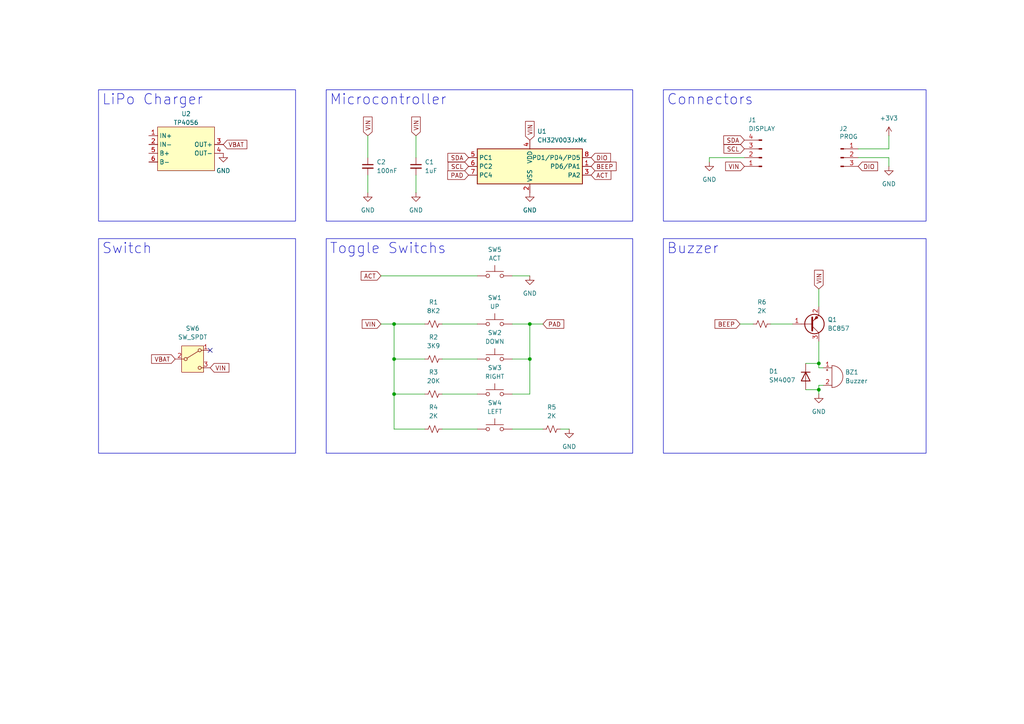
<source format=kicad_sch>
(kicad_sch
	(version 20250114)
	(generator "eeschema")
	(generator_version "9.0")
	(uuid "d7d88b81-7a92-4284-a89c-0ade692c41de")
	(paper "A4")
	(title_block
		(title "Chintu Model 1")
		(date "2025-03-30")
		(rev "1")
		(company "Foosa Ace")
	)
	(lib_symbols
		(symbol "Connector:Conn_01x03_Pin"
			(pin_names
				(offset 1.016)
				(hide yes)
			)
			(exclude_from_sim no)
			(in_bom yes)
			(on_board yes)
			(property "Reference" "J"
				(at 0 5.08 0)
				(effects
					(font
						(size 1.27 1.27)
					)
				)
			)
			(property "Value" "Conn_01x03_Pin"
				(at 0 -5.08 0)
				(effects
					(font
						(size 1.27 1.27)
					)
				)
			)
			(property "Footprint" ""
				(at 0 0 0)
				(effects
					(font
						(size 1.27 1.27)
					)
					(hide yes)
				)
			)
			(property "Datasheet" "~"
				(at 0 0 0)
				(effects
					(font
						(size 1.27 1.27)
					)
					(hide yes)
				)
			)
			(property "Description" "Generic connector, single row, 01x03, script generated"
				(at 0 0 0)
				(effects
					(font
						(size 1.27 1.27)
					)
					(hide yes)
				)
			)
			(property "ki_locked" ""
				(at 0 0 0)
				(effects
					(font
						(size 1.27 1.27)
					)
				)
			)
			(property "ki_keywords" "connector"
				(at 0 0 0)
				(effects
					(font
						(size 1.27 1.27)
					)
					(hide yes)
				)
			)
			(property "ki_fp_filters" "Connector*:*_1x??_*"
				(at 0 0 0)
				(effects
					(font
						(size 1.27 1.27)
					)
					(hide yes)
				)
			)
			(symbol "Conn_01x03_Pin_1_1"
				(rectangle
					(start 0.8636 2.667)
					(end 0 2.413)
					(stroke
						(width 0.1524)
						(type default)
					)
					(fill
						(type outline)
					)
				)
				(rectangle
					(start 0.8636 0.127)
					(end 0 -0.127)
					(stroke
						(width 0.1524)
						(type default)
					)
					(fill
						(type outline)
					)
				)
				(rectangle
					(start 0.8636 -2.413)
					(end 0 -2.667)
					(stroke
						(width 0.1524)
						(type default)
					)
					(fill
						(type outline)
					)
				)
				(polyline
					(pts
						(xy 1.27 2.54) (xy 0.8636 2.54)
					)
					(stroke
						(width 0.1524)
						(type default)
					)
					(fill
						(type none)
					)
				)
				(polyline
					(pts
						(xy 1.27 0) (xy 0.8636 0)
					)
					(stroke
						(width 0.1524)
						(type default)
					)
					(fill
						(type none)
					)
				)
				(polyline
					(pts
						(xy 1.27 -2.54) (xy 0.8636 -2.54)
					)
					(stroke
						(width 0.1524)
						(type default)
					)
					(fill
						(type none)
					)
				)
				(pin passive line
					(at 5.08 2.54 180)
					(length 3.81)
					(name "Pin_1"
						(effects
							(font
								(size 1.27 1.27)
							)
						)
					)
					(number "1"
						(effects
							(font
								(size 1.27 1.27)
							)
						)
					)
				)
				(pin passive line
					(at 5.08 0 180)
					(length 3.81)
					(name "Pin_2"
						(effects
							(font
								(size 1.27 1.27)
							)
						)
					)
					(number "2"
						(effects
							(font
								(size 1.27 1.27)
							)
						)
					)
				)
				(pin passive line
					(at 5.08 -2.54 180)
					(length 3.81)
					(name "Pin_3"
						(effects
							(font
								(size 1.27 1.27)
							)
						)
					)
					(number "3"
						(effects
							(font
								(size 1.27 1.27)
							)
						)
					)
				)
			)
			(embedded_fonts no)
		)
		(symbol "Connector:Conn_01x04_Pin"
			(pin_names
				(offset 1.016)
				(hide yes)
			)
			(exclude_from_sim no)
			(in_bom yes)
			(on_board yes)
			(property "Reference" "J"
				(at 0 5.08 0)
				(effects
					(font
						(size 1.27 1.27)
					)
				)
			)
			(property "Value" "Conn_01x04_Pin"
				(at 0 -7.62 0)
				(effects
					(font
						(size 1.27 1.27)
					)
				)
			)
			(property "Footprint" ""
				(at 0 0 0)
				(effects
					(font
						(size 1.27 1.27)
					)
					(hide yes)
				)
			)
			(property "Datasheet" "~"
				(at 0 0 0)
				(effects
					(font
						(size 1.27 1.27)
					)
					(hide yes)
				)
			)
			(property "Description" "Generic connector, single row, 01x04, script generated"
				(at 0 0 0)
				(effects
					(font
						(size 1.27 1.27)
					)
					(hide yes)
				)
			)
			(property "ki_locked" ""
				(at 0 0 0)
				(effects
					(font
						(size 1.27 1.27)
					)
				)
			)
			(property "ki_keywords" "connector"
				(at 0 0 0)
				(effects
					(font
						(size 1.27 1.27)
					)
					(hide yes)
				)
			)
			(property "ki_fp_filters" "Connector*:*_1x??_*"
				(at 0 0 0)
				(effects
					(font
						(size 1.27 1.27)
					)
					(hide yes)
				)
			)
			(symbol "Conn_01x04_Pin_1_1"
				(rectangle
					(start 0.8636 2.667)
					(end 0 2.413)
					(stroke
						(width 0.1524)
						(type default)
					)
					(fill
						(type outline)
					)
				)
				(rectangle
					(start 0.8636 0.127)
					(end 0 -0.127)
					(stroke
						(width 0.1524)
						(type default)
					)
					(fill
						(type outline)
					)
				)
				(rectangle
					(start 0.8636 -2.413)
					(end 0 -2.667)
					(stroke
						(width 0.1524)
						(type default)
					)
					(fill
						(type outline)
					)
				)
				(rectangle
					(start 0.8636 -4.953)
					(end 0 -5.207)
					(stroke
						(width 0.1524)
						(type default)
					)
					(fill
						(type outline)
					)
				)
				(polyline
					(pts
						(xy 1.27 2.54) (xy 0.8636 2.54)
					)
					(stroke
						(width 0.1524)
						(type default)
					)
					(fill
						(type none)
					)
				)
				(polyline
					(pts
						(xy 1.27 0) (xy 0.8636 0)
					)
					(stroke
						(width 0.1524)
						(type default)
					)
					(fill
						(type none)
					)
				)
				(polyline
					(pts
						(xy 1.27 -2.54) (xy 0.8636 -2.54)
					)
					(stroke
						(width 0.1524)
						(type default)
					)
					(fill
						(type none)
					)
				)
				(polyline
					(pts
						(xy 1.27 -5.08) (xy 0.8636 -5.08)
					)
					(stroke
						(width 0.1524)
						(type default)
					)
					(fill
						(type none)
					)
				)
				(pin passive line
					(at 5.08 2.54 180)
					(length 3.81)
					(name "Pin_1"
						(effects
							(font
								(size 1.27 1.27)
							)
						)
					)
					(number "1"
						(effects
							(font
								(size 1.27 1.27)
							)
						)
					)
				)
				(pin passive line
					(at 5.08 0 180)
					(length 3.81)
					(name "Pin_2"
						(effects
							(font
								(size 1.27 1.27)
							)
						)
					)
					(number "2"
						(effects
							(font
								(size 1.27 1.27)
							)
						)
					)
				)
				(pin passive line
					(at 5.08 -2.54 180)
					(length 3.81)
					(name "Pin_3"
						(effects
							(font
								(size 1.27 1.27)
							)
						)
					)
					(number "3"
						(effects
							(font
								(size 1.27 1.27)
							)
						)
					)
				)
				(pin passive line
					(at 5.08 -5.08 180)
					(length 3.81)
					(name "Pin_4"
						(effects
							(font
								(size 1.27 1.27)
							)
						)
					)
					(number "4"
						(effects
							(font
								(size 1.27 1.27)
							)
						)
					)
				)
			)
			(embedded_fonts no)
		)
		(symbol "Device:Buzzer"
			(pin_names
				(offset 0.0254)
				(hide yes)
			)
			(exclude_from_sim no)
			(in_bom yes)
			(on_board yes)
			(property "Reference" "BZ"
				(at 3.81 1.27 0)
				(effects
					(font
						(size 1.27 1.27)
					)
					(justify left)
				)
			)
			(property "Value" "Buzzer"
				(at 3.81 -1.27 0)
				(effects
					(font
						(size 1.27 1.27)
					)
					(justify left)
				)
			)
			(property "Footprint" ""
				(at -0.635 2.54 90)
				(effects
					(font
						(size 1.27 1.27)
					)
					(hide yes)
				)
			)
			(property "Datasheet" "~"
				(at -0.635 2.54 90)
				(effects
					(font
						(size 1.27 1.27)
					)
					(hide yes)
				)
			)
			(property "Description" "Buzzer, polarized"
				(at 0 0 0)
				(effects
					(font
						(size 1.27 1.27)
					)
					(hide yes)
				)
			)
			(property "ki_keywords" "quartz resonator ceramic"
				(at 0 0 0)
				(effects
					(font
						(size 1.27 1.27)
					)
					(hide yes)
				)
			)
			(property "ki_fp_filters" "*Buzzer*"
				(at 0 0 0)
				(effects
					(font
						(size 1.27 1.27)
					)
					(hide yes)
				)
			)
			(symbol "Buzzer_0_1"
				(polyline
					(pts
						(xy -1.651 1.905) (xy -1.143 1.905)
					)
					(stroke
						(width 0)
						(type default)
					)
					(fill
						(type none)
					)
				)
				(polyline
					(pts
						(xy -1.397 2.159) (xy -1.397 1.651)
					)
					(stroke
						(width 0)
						(type default)
					)
					(fill
						(type none)
					)
				)
				(arc
					(start 0 3.175)
					(mid 3.1612 0)
					(end 0 -3.175)
					(stroke
						(width 0)
						(type default)
					)
					(fill
						(type none)
					)
				)
				(polyline
					(pts
						(xy 0 3.175) (xy 0 -3.175)
					)
					(stroke
						(width 0)
						(type default)
					)
					(fill
						(type none)
					)
				)
			)
			(symbol "Buzzer_1_1"
				(pin passive line
					(at -2.54 2.54 0)
					(length 2.54)
					(name "+"
						(effects
							(font
								(size 1.27 1.27)
							)
						)
					)
					(number "1"
						(effects
							(font
								(size 1.27 1.27)
							)
						)
					)
				)
				(pin passive line
					(at -2.54 -2.54 0)
					(length 2.54)
					(name "-"
						(effects
							(font
								(size 1.27 1.27)
							)
						)
					)
					(number "2"
						(effects
							(font
								(size 1.27 1.27)
							)
						)
					)
				)
			)
			(embedded_fonts no)
		)
		(symbol "Device:C_Small"
			(pin_numbers
				(hide yes)
			)
			(pin_names
				(offset 0.254)
				(hide yes)
			)
			(exclude_from_sim no)
			(in_bom yes)
			(on_board yes)
			(property "Reference" "C"
				(at 0.254 1.778 0)
				(effects
					(font
						(size 1.27 1.27)
					)
					(justify left)
				)
			)
			(property "Value" "C_Small"
				(at 0.254 -2.032 0)
				(effects
					(font
						(size 1.27 1.27)
					)
					(justify left)
				)
			)
			(property "Footprint" ""
				(at 0 0 0)
				(effects
					(font
						(size 1.27 1.27)
					)
					(hide yes)
				)
			)
			(property "Datasheet" "~"
				(at 0 0 0)
				(effects
					(font
						(size 1.27 1.27)
					)
					(hide yes)
				)
			)
			(property "Description" "Unpolarized capacitor, small symbol"
				(at 0 0 0)
				(effects
					(font
						(size 1.27 1.27)
					)
					(hide yes)
				)
			)
			(property "ki_keywords" "capacitor cap"
				(at 0 0 0)
				(effects
					(font
						(size 1.27 1.27)
					)
					(hide yes)
				)
			)
			(property "ki_fp_filters" "C_*"
				(at 0 0 0)
				(effects
					(font
						(size 1.27 1.27)
					)
					(hide yes)
				)
			)
			(symbol "C_Small_0_1"
				(polyline
					(pts
						(xy -1.524 0.508) (xy 1.524 0.508)
					)
					(stroke
						(width 0.3048)
						(type default)
					)
					(fill
						(type none)
					)
				)
				(polyline
					(pts
						(xy -1.524 -0.508) (xy 1.524 -0.508)
					)
					(stroke
						(width 0.3302)
						(type default)
					)
					(fill
						(type none)
					)
				)
			)
			(symbol "C_Small_1_1"
				(pin passive line
					(at 0 2.54 270)
					(length 2.032)
					(name "~"
						(effects
							(font
								(size 1.27 1.27)
							)
						)
					)
					(number "1"
						(effects
							(font
								(size 1.27 1.27)
							)
						)
					)
				)
				(pin passive line
					(at 0 -2.54 90)
					(length 2.032)
					(name "~"
						(effects
							(font
								(size 1.27 1.27)
							)
						)
					)
					(number "2"
						(effects
							(font
								(size 1.27 1.27)
							)
						)
					)
				)
			)
			(embedded_fonts no)
		)
		(symbol "Device:R_Small_US"
			(pin_numbers
				(hide yes)
			)
			(pin_names
				(offset 0.254)
				(hide yes)
			)
			(exclude_from_sim no)
			(in_bom yes)
			(on_board yes)
			(property "Reference" "R"
				(at 0.762 0.508 0)
				(effects
					(font
						(size 1.27 1.27)
					)
					(justify left)
				)
			)
			(property "Value" "R_Small_US"
				(at 0.762 -1.016 0)
				(effects
					(font
						(size 1.27 1.27)
					)
					(justify left)
				)
			)
			(property "Footprint" ""
				(at 0 0 0)
				(effects
					(font
						(size 1.27 1.27)
					)
					(hide yes)
				)
			)
			(property "Datasheet" "~"
				(at 0 0 0)
				(effects
					(font
						(size 1.27 1.27)
					)
					(hide yes)
				)
			)
			(property "Description" "Resistor, small US symbol"
				(at 0 0 0)
				(effects
					(font
						(size 1.27 1.27)
					)
					(hide yes)
				)
			)
			(property "ki_keywords" "r resistor"
				(at 0 0 0)
				(effects
					(font
						(size 1.27 1.27)
					)
					(hide yes)
				)
			)
			(property "ki_fp_filters" "R_*"
				(at 0 0 0)
				(effects
					(font
						(size 1.27 1.27)
					)
					(hide yes)
				)
			)
			(symbol "R_Small_US_1_1"
				(polyline
					(pts
						(xy 0 1.524) (xy 1.016 1.143) (xy 0 0.762) (xy -1.016 0.381) (xy 0 0)
					)
					(stroke
						(width 0)
						(type default)
					)
					(fill
						(type none)
					)
				)
				(polyline
					(pts
						(xy 0 0) (xy 1.016 -0.381) (xy 0 -0.762) (xy -1.016 -1.143) (xy 0 -1.524)
					)
					(stroke
						(width 0)
						(type default)
					)
					(fill
						(type none)
					)
				)
				(pin passive line
					(at 0 2.54 270)
					(length 1.016)
					(name "~"
						(effects
							(font
								(size 1.27 1.27)
							)
						)
					)
					(number "1"
						(effects
							(font
								(size 1.27 1.27)
							)
						)
					)
				)
				(pin passive line
					(at 0 -2.54 90)
					(length 1.016)
					(name "~"
						(effects
							(font
								(size 1.27 1.27)
							)
						)
					)
					(number "2"
						(effects
							(font
								(size 1.27 1.27)
							)
						)
					)
				)
			)
			(embedded_fonts no)
		)
		(symbol "Diode:SM4007"
			(pin_numbers
				(hide yes)
			)
			(pin_names
				(hide yes)
			)
			(exclude_from_sim no)
			(in_bom yes)
			(on_board yes)
			(property "Reference" "D"
				(at 0 2.54 0)
				(effects
					(font
						(size 1.27 1.27)
					)
				)
			)
			(property "Value" "SM4007"
				(at 0 -2.54 0)
				(effects
					(font
						(size 1.27 1.27)
					)
				)
			)
			(property "Footprint" "Diode_SMD:D_MELF"
				(at 0 -4.445 0)
				(effects
					(font
						(size 1.27 1.27)
					)
					(hide yes)
				)
			)
			(property "Datasheet" "http://cdn-reichelt.de/documents/datenblatt/A400/SMD1N400%23DIO.pdf"
				(at 0 0 0)
				(effects
					(font
						(size 1.27 1.27)
					)
					(hide yes)
				)
			)
			(property "Description" "1000V 1A General Purpose Rectifier Diode, MELF"
				(at 0 0 0)
				(effects
					(font
						(size 1.27 1.27)
					)
					(hide yes)
				)
			)
			(property "Sim.Device" "D"
				(at 0 0 0)
				(effects
					(font
						(size 1.27 1.27)
					)
					(hide yes)
				)
			)
			(property "Sim.Pins" "1=K 2=A"
				(at 0 0 0)
				(effects
					(font
						(size 1.27 1.27)
					)
					(hide yes)
				)
			)
			(property "ki_keywords" "diode"
				(at 0 0 0)
				(effects
					(font
						(size 1.27 1.27)
					)
					(hide yes)
				)
			)
			(property "ki_fp_filters" "D*MELF*"
				(at 0 0 0)
				(effects
					(font
						(size 1.27 1.27)
					)
					(hide yes)
				)
			)
			(symbol "SM4007_0_1"
				(polyline
					(pts
						(xy -1.27 1.27) (xy -1.27 -1.27)
					)
					(stroke
						(width 0.254)
						(type default)
					)
					(fill
						(type none)
					)
				)
				(polyline
					(pts
						(xy 1.27 1.27) (xy 1.27 -1.27) (xy -1.27 0) (xy 1.27 1.27)
					)
					(stroke
						(width 0.254)
						(type default)
					)
					(fill
						(type none)
					)
				)
				(polyline
					(pts
						(xy 1.27 0) (xy -1.27 0)
					)
					(stroke
						(width 0)
						(type default)
					)
					(fill
						(type none)
					)
				)
			)
			(symbol "SM4007_1_1"
				(pin passive line
					(at -3.81 0 0)
					(length 2.54)
					(name "K"
						(effects
							(font
								(size 1.27 1.27)
							)
						)
					)
					(number "1"
						(effects
							(font
								(size 1.27 1.27)
							)
						)
					)
				)
				(pin passive line
					(at 3.81 0 180)
					(length 2.54)
					(name "A"
						(effects
							(font
								(size 1.27 1.27)
							)
						)
					)
					(number "2"
						(effects
							(font
								(size 1.27 1.27)
							)
						)
					)
				)
			)
			(embedded_fonts no)
		)
		(symbol "MCU_WCH_CH32V0:CH32V003JxMx"
			(exclude_from_sim no)
			(in_bom yes)
			(on_board yes)
			(property "Reference" "U"
				(at -15.24 7.62 0)
				(effects
					(font
						(size 1.27 1.27)
					)
				)
			)
			(property "Value" "CH32V003JxMx"
				(at 15.24 7.62 0)
				(effects
					(font
						(size 1.27 1.27)
					)
				)
			)
			(property "Footprint" "Package_SO:SOP-8_3.9x4.9mm_P1.27mm"
				(at 0 0 0)
				(effects
					(font
						(size 1.27 1.27)
					)
					(hide yes)
				)
			)
			(property "Datasheet" "https://www.wch-ic.com/products/CH32V003.html"
				(at 0 0 0)
				(effects
					(font
						(size 1.27 1.27)
					)
					(hide yes)
				)
			)
			(property "Description" "CH32V003 series are industrial-grade general-purpose microcontrollers designed based on 32-bit RISC-V instruction set and architecture. It adopts QingKe V2A core, RV32EC instruction set, and supports 2 levels of interrupt nesting. The series are mounted with rich peripheral interfaces and function modules. Its internal organizational structure meets the low-cost and low-power embedded application scenarios."
				(at 0 0 0)
				(effects
					(font
						(size 1.27 1.27)
					)
					(hide yes)
				)
			)
			(property "ki_keywords" "microcontroller wch RISC-V"
				(at 0 0 0)
				(effects
					(font
						(size 1.27 1.27)
					)
					(hide yes)
				)
			)
			(property "ki_fp_filters" "SOP*3.9x4.9mm*P1.27mm*"
				(at 0 0 0)
				(effects
					(font
						(size 1.27 1.27)
					)
					(hide yes)
				)
			)
			(symbol "CH32V003JxMx_1_1"
				(rectangle
					(start -15.24 5.08)
					(end 15.24 -5.08)
					(stroke
						(width 0.254)
						(type default)
					)
					(fill
						(type background)
					)
				)
				(pin bidirectional line
					(at -17.78 2.54 0)
					(length 2.54)
					(name "PC1"
						(effects
							(font
								(size 1.27 1.27)
							)
						)
					)
					(number "5"
						(effects
							(font
								(size 1.27 1.27)
							)
						)
					)
					(alternate "NSS" bidirectional line)
					(alternate "SDA" bidirectional line)
					(alternate "T1BKIN_1" bidirectional line)
					(alternate "T1BKIN_3" bidirectional line)
					(alternate "T2CH1ETR_2" bidirectional line)
					(alternate "T2CH1ETR_3" bidirectional line)
					(alternate "T2CH4_1" bidirectional line)
					(alternate "URX_3" bidirectional line)
				)
				(pin bidirectional line
					(at -17.78 0 0)
					(length 2.54)
					(name "PC2"
						(effects
							(font
								(size 1.27 1.27)
							)
						)
					)
					(number "6"
						(effects
							(font
								(size 1.27 1.27)
							)
						)
					)
					(alternate "AETR_1" bidirectional line)
					(alternate "SCL" bidirectional line)
					(alternate "T1BKIN" bidirectional line)
					(alternate "T1BKIN_2" bidirectional line)
					(alternate "T1ETR_3" bidirectional line)
					(alternate "T2CH2_1" bidirectional line)
					(alternate "URTS" bidirectional line)
					(alternate "URTS_1" bidirectional line)
				)
				(pin bidirectional line
					(at -17.78 -2.54 0)
					(length 2.54)
					(name "PC4"
						(effects
							(font
								(size 1.27 1.27)
							)
						)
					)
					(number "7"
						(effects
							(font
								(size 1.27 1.27)
							)
						)
					)
					(alternate "A2" bidirectional line)
					(alternate "MCO" bidirectional line)
					(alternate "T1CH1_3" bidirectional line)
					(alternate "T1CH2N_1" bidirectional line)
					(alternate "T1CH4" bidirectional line)
					(alternate "T1CH4_2" bidirectional line)
				)
				(pin power_in line
					(at 0 7.62 270)
					(length 2.54)
					(name "VDD"
						(effects
							(font
								(size 1.27 1.27)
							)
						)
					)
					(number "4"
						(effects
							(font
								(size 1.27 1.27)
							)
						)
					)
				)
				(pin power_in line
					(at 0 -7.62 90)
					(length 2.54)
					(name "VSS"
						(effects
							(font
								(size 1.27 1.27)
							)
						)
					)
					(number "2"
						(effects
							(font
								(size 1.27 1.27)
							)
						)
					)
				)
				(pin bidirectional line
					(at 17.78 2.54 180)
					(length 2.54)
					(name "PD1/PD4/PD5"
						(effects
							(font
								(size 1.27 1.27)
							)
						)
					)
					(number "8"
						(effects
							(font
								(size 1.27 1.27)
							)
						)
					)
					(alternate "A5" bidirectional line)
					(alternate "A7" bidirectional line)
					(alternate "AETR2" bidirectional line)
					(alternate "OPO" bidirectional line)
					(alternate "SCL_1" bidirectional line)
					(alternate "SWIO" bidirectional line)
					(alternate "T1CH3N" bidirectional line)
					(alternate "T1CH3N_1" bidirectional line)
					(alternate "T1CH3N_2" bidirectional line)
					(alternate "T1CH4_3" bidirectional line)
					(alternate "T2CH1ETR" bidirectional line)
					(alternate "T2CH4_3" bidirectional line)
					(alternate "TIETR_2" bidirectional line)
					(alternate "UCK" bidirectional line)
					(alternate "URX_1" bidirectional line)
					(alternate "URX_2" bidirectional line)
					(alternate "UTX" bidirectional line)
				)
				(pin bidirectional line
					(at 17.78 0 180)
					(length 2.54)
					(name "PD6/PA1"
						(effects
							(font
								(size 1.27 1.27)
							)
						)
					)
					(number "1"
						(effects
							(font
								(size 1.27 1.27)
							)
						)
					)
					(alternate "A1" bidirectional line)
					(alternate "A6" bidirectional line)
					(alternate "OPN0" bidirectional line)
					(alternate "OSCI" bidirectional line)
					(alternate "T1CH2" bidirectional line)
					(alternate "T1CH2_2" bidirectional line)
					(alternate "T2CH3_3" bidirectional line)
					(alternate "URX" bidirectional line)
					(alternate "UTX_2" bidirectional line)
				)
				(pin bidirectional line
					(at 17.78 -2.54 180)
					(length 2.54)
					(name "PA2"
						(effects
							(font
								(size 1.27 1.27)
							)
						)
					)
					(number "3"
						(effects
							(font
								(size 1.27 1.27)
							)
						)
					)
					(alternate "A0" bidirectional line)
					(alternate "AETR2_1" bidirectional line)
					(alternate "OPP0" bidirectional line)
					(alternate "OSCO" bidirectional line)
					(alternate "TICH2N" bidirectional line)
					(alternate "TICH2N_2" bidirectional line)
				)
			)
			(embedded_fonts no)
		)
		(symbol "Switch:SW_Push"
			(pin_numbers
				(hide yes)
			)
			(pin_names
				(offset 1.016)
				(hide yes)
			)
			(exclude_from_sim no)
			(in_bom yes)
			(on_board yes)
			(property "Reference" "SW"
				(at 1.27 2.54 0)
				(effects
					(font
						(size 1.27 1.27)
					)
					(justify left)
				)
			)
			(property "Value" "SW_Push"
				(at 0 -1.524 0)
				(effects
					(font
						(size 1.27 1.27)
					)
				)
			)
			(property "Footprint" ""
				(at 0 5.08 0)
				(effects
					(font
						(size 1.27 1.27)
					)
					(hide yes)
				)
			)
			(property "Datasheet" "~"
				(at 0 5.08 0)
				(effects
					(font
						(size 1.27 1.27)
					)
					(hide yes)
				)
			)
			(property "Description" "Push button switch, generic, two pins"
				(at 0 0 0)
				(effects
					(font
						(size 1.27 1.27)
					)
					(hide yes)
				)
			)
			(property "ki_keywords" "switch normally-open pushbutton push-button"
				(at 0 0 0)
				(effects
					(font
						(size 1.27 1.27)
					)
					(hide yes)
				)
			)
			(symbol "SW_Push_0_1"
				(circle
					(center -2.032 0)
					(radius 0.508)
					(stroke
						(width 0)
						(type default)
					)
					(fill
						(type none)
					)
				)
				(polyline
					(pts
						(xy 0 1.27) (xy 0 3.048)
					)
					(stroke
						(width 0)
						(type default)
					)
					(fill
						(type none)
					)
				)
				(circle
					(center 2.032 0)
					(radius 0.508)
					(stroke
						(width 0)
						(type default)
					)
					(fill
						(type none)
					)
				)
				(polyline
					(pts
						(xy 2.54 1.27) (xy -2.54 1.27)
					)
					(stroke
						(width 0)
						(type default)
					)
					(fill
						(type none)
					)
				)
				(pin passive line
					(at -5.08 0 0)
					(length 2.54)
					(name "1"
						(effects
							(font
								(size 1.27 1.27)
							)
						)
					)
					(number "1"
						(effects
							(font
								(size 1.27 1.27)
							)
						)
					)
				)
				(pin passive line
					(at 5.08 0 180)
					(length 2.54)
					(name "2"
						(effects
							(font
								(size 1.27 1.27)
							)
						)
					)
					(number "2"
						(effects
							(font
								(size 1.27 1.27)
							)
						)
					)
				)
			)
			(embedded_fonts no)
		)
		(symbol "Switch:SW_SPDT"
			(pin_names
				(offset 0)
				(hide yes)
			)
			(exclude_from_sim no)
			(in_bom yes)
			(on_board yes)
			(property "Reference" "SW"
				(at 0 5.08 0)
				(effects
					(font
						(size 1.27 1.27)
					)
				)
			)
			(property "Value" "SW_SPDT"
				(at 0 -5.08 0)
				(effects
					(font
						(size 1.27 1.27)
					)
				)
			)
			(property "Footprint" ""
				(at 0 0 0)
				(effects
					(font
						(size 1.27 1.27)
					)
					(hide yes)
				)
			)
			(property "Datasheet" "~"
				(at 0 -7.62 0)
				(effects
					(font
						(size 1.27 1.27)
					)
					(hide yes)
				)
			)
			(property "Description" "Switch, single pole double throw"
				(at 0 0 0)
				(effects
					(font
						(size 1.27 1.27)
					)
					(hide yes)
				)
			)
			(property "ki_keywords" "switch single-pole double-throw spdt ON-ON"
				(at 0 0 0)
				(effects
					(font
						(size 1.27 1.27)
					)
					(hide yes)
				)
			)
			(symbol "SW_SPDT_0_1"
				(circle
					(center -2.032 0)
					(radius 0.4572)
					(stroke
						(width 0)
						(type default)
					)
					(fill
						(type none)
					)
				)
				(polyline
					(pts
						(xy -1.651 0.254) (xy 1.651 2.286)
					)
					(stroke
						(width 0)
						(type default)
					)
					(fill
						(type none)
					)
				)
				(circle
					(center 2.032 2.54)
					(radius 0.4572)
					(stroke
						(width 0)
						(type default)
					)
					(fill
						(type none)
					)
				)
				(circle
					(center 2.032 -2.54)
					(radius 0.4572)
					(stroke
						(width 0)
						(type default)
					)
					(fill
						(type none)
					)
				)
			)
			(symbol "SW_SPDT_1_1"
				(rectangle
					(start -3.175 3.81)
					(end 3.175 -3.81)
					(stroke
						(width 0)
						(type default)
					)
					(fill
						(type background)
					)
				)
				(pin passive line
					(at -5.08 0 0)
					(length 2.54)
					(name "B"
						(effects
							(font
								(size 1.27 1.27)
							)
						)
					)
					(number "2"
						(effects
							(font
								(size 1.27 1.27)
							)
						)
					)
				)
				(pin passive line
					(at 5.08 2.54 180)
					(length 2.54)
					(name "A"
						(effects
							(font
								(size 1.27 1.27)
							)
						)
					)
					(number "1"
						(effects
							(font
								(size 1.27 1.27)
							)
						)
					)
				)
				(pin passive line
					(at 5.08 -2.54 180)
					(length 2.54)
					(name "C"
						(effects
							(font
								(size 1.27 1.27)
							)
						)
					)
					(number "3"
						(effects
							(font
								(size 1.27 1.27)
							)
						)
					)
				)
			)
			(embedded_fonts no)
		)
		(symbol "Transistor_BJT:BC857"
			(pin_names
				(offset 0)
				(hide yes)
			)
			(exclude_from_sim no)
			(in_bom yes)
			(on_board yes)
			(property "Reference" "Q"
				(at 5.08 1.905 0)
				(effects
					(font
						(size 1.27 1.27)
					)
					(justify left)
				)
			)
			(property "Value" "BC857"
				(at 5.08 0 0)
				(effects
					(font
						(size 1.27 1.27)
					)
					(justify left)
				)
			)
			(property "Footprint" "Package_TO_SOT_SMD:SOT-23"
				(at 5.08 -1.905 0)
				(effects
					(font
						(size 1.27 1.27)
						(italic yes)
					)
					(justify left)
					(hide yes)
				)
			)
			(property "Datasheet" "https://www.onsemi.com/pub/Collateral/BC860-D.pdf"
				(at 0 0 0)
				(effects
					(font
						(size 1.27 1.27)
					)
					(justify left)
					(hide yes)
				)
			)
			(property "Description" "0.1A Ic, 45V Vce, PNP Transistor, SOT-23"
				(at 0 0 0)
				(effects
					(font
						(size 1.27 1.27)
					)
					(hide yes)
				)
			)
			(property "ki_keywords" "PNP transistor"
				(at 0 0 0)
				(effects
					(font
						(size 1.27 1.27)
					)
					(hide yes)
				)
			)
			(property "ki_fp_filters" "SOT?23*"
				(at 0 0 0)
				(effects
					(font
						(size 1.27 1.27)
					)
					(hide yes)
				)
			)
			(symbol "BC857_0_1"
				(polyline
					(pts
						(xy -2.54 0) (xy 0.635 0)
					)
					(stroke
						(width 0)
						(type default)
					)
					(fill
						(type none)
					)
				)
				(polyline
					(pts
						(xy 0.635 1.905) (xy 0.635 -1.905)
					)
					(stroke
						(width 0.508)
						(type default)
					)
					(fill
						(type none)
					)
				)
				(polyline
					(pts
						(xy 0.635 0.635) (xy 2.54 2.54)
					)
					(stroke
						(width 0)
						(type default)
					)
					(fill
						(type none)
					)
				)
				(polyline
					(pts
						(xy 0.635 -0.635) (xy 2.54 -2.54)
					)
					(stroke
						(width 0)
						(type default)
					)
					(fill
						(type none)
					)
				)
				(circle
					(center 1.27 0)
					(radius 2.8194)
					(stroke
						(width 0.254)
						(type default)
					)
					(fill
						(type none)
					)
				)
				(polyline
					(pts
						(xy 2.286 -1.778) (xy 1.778 -2.286) (xy 1.27 -1.27) (xy 2.286 -1.778)
					)
					(stroke
						(width 0)
						(type default)
					)
					(fill
						(type outline)
					)
				)
			)
			(symbol "BC857_1_1"
				(pin input line
					(at -5.08 0 0)
					(length 2.54)
					(name "B"
						(effects
							(font
								(size 1.27 1.27)
							)
						)
					)
					(number "1"
						(effects
							(font
								(size 1.27 1.27)
							)
						)
					)
				)
				(pin passive line
					(at 2.54 5.08 270)
					(length 2.54)
					(name "C"
						(effects
							(font
								(size 1.27 1.27)
							)
						)
					)
					(number "3"
						(effects
							(font
								(size 1.27 1.27)
							)
						)
					)
				)
				(pin passive line
					(at 2.54 -5.08 90)
					(length 2.54)
					(name "E"
						(effects
							(font
								(size 1.27 1.27)
							)
						)
					)
					(number "2"
						(effects
							(font
								(size 1.27 1.27)
							)
						)
					)
				)
			)
			(embedded_fonts no)
		)
		(symbol "grape:TP4056_Module"
			(exclude_from_sim no)
			(in_bom yes)
			(on_board yes)
			(property "Reference" "U"
				(at -6.604 7.874 0)
				(effects
					(font
						(size 1.27 1.27)
					)
				)
			)
			(property "Value" ""
				(at 0 0 0)
				(effects
					(font
						(size 1.27 1.27)
					)
				)
			)
			(property "Footprint" ""
				(at 0 0 0)
				(effects
					(font
						(size 1.27 1.27)
					)
					(hide yes)
				)
			)
			(property "Datasheet" ""
				(at 0 0 0)
				(effects
					(font
						(size 1.27 1.27)
					)
					(hide yes)
				)
			)
			(property "Description" ""
				(at 0 0 0)
				(effects
					(font
						(size 1.27 1.27)
					)
					(hide yes)
				)
			)
			(symbol "TP4056_Module_0_0"
				(pin power_in line
					(at -10.16 3.81 0)
					(length 2.54)
					(name "IN+"
						(effects
							(font
								(size 1.27 1.27)
							)
						)
					)
					(number "1"
						(effects
							(font
								(size 1.27 1.27)
							)
						)
					)
				)
				(pin power_in line
					(at -10.16 1.27 0)
					(length 2.54)
					(name "IN-"
						(effects
							(font
								(size 1.27 1.27)
							)
						)
					)
					(number "2"
						(effects
							(font
								(size 1.27 1.27)
							)
						)
					)
				)
				(pin power_in line
					(at -10.16 -1.27 0)
					(length 2.54)
					(name "B+"
						(effects
							(font
								(size 1.27 1.27)
							)
						)
					)
					(number "5"
						(effects
							(font
								(size 1.27 1.27)
							)
						)
					)
				)
				(pin power_in line
					(at -10.16 -3.81 0)
					(length 2.54)
					(name "B-"
						(effects
							(font
								(size 1.27 1.27)
							)
						)
					)
					(number "6"
						(effects
							(font
								(size 1.27 1.27)
							)
						)
					)
				)
				(pin power_out line
					(at 11.43 1.27 180)
					(length 2.54)
					(name "OUT+"
						(effects
							(font
								(size 1.27 1.27)
							)
						)
					)
					(number "3"
						(effects
							(font
								(size 1.27 1.27)
							)
						)
					)
				)
				(pin power_out line
					(at 11.43 -1.27 180)
					(length 2.54)
					(name "OUT-"
						(effects
							(font
								(size 1.27 1.27)
							)
						)
					)
					(number "4"
						(effects
							(font
								(size 1.27 1.27)
							)
						)
					)
				)
			)
			(symbol "TP4056_Module_1_1"
				(rectangle
					(start -7.62 6.35)
					(end 8.89 -6.35)
					(stroke
						(width 0)
						(type solid)
					)
					(fill
						(type background)
					)
				)
			)
			(embedded_fonts no)
		)
		(symbol "power:+3V3"
			(power)
			(pin_numbers
				(hide yes)
			)
			(pin_names
				(offset 0)
				(hide yes)
			)
			(exclude_from_sim no)
			(in_bom yes)
			(on_board yes)
			(property "Reference" "#PWR"
				(at 0 -3.81 0)
				(effects
					(font
						(size 1.27 1.27)
					)
					(hide yes)
				)
			)
			(property "Value" "+3V3"
				(at 0 3.556 0)
				(effects
					(font
						(size 1.27 1.27)
					)
				)
			)
			(property "Footprint" ""
				(at 0 0 0)
				(effects
					(font
						(size 1.27 1.27)
					)
					(hide yes)
				)
			)
			(property "Datasheet" ""
				(at 0 0 0)
				(effects
					(font
						(size 1.27 1.27)
					)
					(hide yes)
				)
			)
			(property "Description" "Power symbol creates a global label with name \"+3V3\""
				(at 0 0 0)
				(effects
					(font
						(size 1.27 1.27)
					)
					(hide yes)
				)
			)
			(property "ki_keywords" "global power"
				(at 0 0 0)
				(effects
					(font
						(size 1.27 1.27)
					)
					(hide yes)
				)
			)
			(symbol "+3V3_0_1"
				(polyline
					(pts
						(xy -0.762 1.27) (xy 0 2.54)
					)
					(stroke
						(width 0)
						(type default)
					)
					(fill
						(type none)
					)
				)
				(polyline
					(pts
						(xy 0 2.54) (xy 0.762 1.27)
					)
					(stroke
						(width 0)
						(type default)
					)
					(fill
						(type none)
					)
				)
				(polyline
					(pts
						(xy 0 0) (xy 0 2.54)
					)
					(stroke
						(width 0)
						(type default)
					)
					(fill
						(type none)
					)
				)
			)
			(symbol "+3V3_1_1"
				(pin power_in line
					(at 0 0 90)
					(length 0)
					(name "~"
						(effects
							(font
								(size 1.27 1.27)
							)
						)
					)
					(number "1"
						(effects
							(font
								(size 1.27 1.27)
							)
						)
					)
				)
			)
			(embedded_fonts no)
		)
		(symbol "power:GND"
			(power)
			(pin_numbers
				(hide yes)
			)
			(pin_names
				(offset 0)
				(hide yes)
			)
			(exclude_from_sim no)
			(in_bom yes)
			(on_board yes)
			(property "Reference" "#PWR"
				(at 0 -6.35 0)
				(effects
					(font
						(size 1.27 1.27)
					)
					(hide yes)
				)
			)
			(property "Value" "GND"
				(at 0 -3.81 0)
				(effects
					(font
						(size 1.27 1.27)
					)
				)
			)
			(property "Footprint" ""
				(at 0 0 0)
				(effects
					(font
						(size 1.27 1.27)
					)
					(hide yes)
				)
			)
			(property "Datasheet" ""
				(at 0 0 0)
				(effects
					(font
						(size 1.27 1.27)
					)
					(hide yes)
				)
			)
			(property "Description" "Power symbol creates a global label with name \"GND\" , ground"
				(at 0 0 0)
				(effects
					(font
						(size 1.27 1.27)
					)
					(hide yes)
				)
			)
			(property "ki_keywords" "global power"
				(at 0 0 0)
				(effects
					(font
						(size 1.27 1.27)
					)
					(hide yes)
				)
			)
			(symbol "GND_0_1"
				(polyline
					(pts
						(xy 0 0) (xy 0 -1.27) (xy 1.27 -1.27) (xy 0 -2.54) (xy -1.27 -1.27) (xy 0 -1.27)
					)
					(stroke
						(width 0)
						(type default)
					)
					(fill
						(type none)
					)
				)
			)
			(symbol "GND_1_1"
				(pin power_in line
					(at 0 0 270)
					(length 0)
					(name "~"
						(effects
							(font
								(size 1.27 1.27)
							)
						)
					)
					(number "1"
						(effects
							(font
								(size 1.27 1.27)
							)
						)
					)
				)
			)
			(embedded_fonts no)
		)
	)
	(text_box "Connectors"
		(exclude_from_sim no)
		(at 192.405 26.035 0)
		(size 76.2 38.1)
		(margins 0.9525 0.9525 0.9525 0.9525)
		(stroke
			(width 0)
			(type solid)
		)
		(fill
			(type none)
		)
		(effects
			(font
				(size 3 3)
			)
			(justify left top)
		)
		(uuid "0adfb948-5746-47e5-a662-6527c322b18e")
	)
	(text_box "Switch"
		(exclude_from_sim no)
		(at 28.575 69.215 0)
		(size 57.15 62.23)
		(margins 0.9525 0.9525 0.9525 0.9525)
		(stroke
			(width 0)
			(type solid)
		)
		(fill
			(type none)
		)
		(effects
			(font
				(size 3 3)
			)
			(justify left top)
		)
		(uuid "597e7866-171c-492a-9a3d-2403dd522751")
	)
	(text_box "LiPo Charger"
		(exclude_from_sim no)
		(at 28.575 26.035 0)
		(size 57.15 38.1)
		(margins 0.9525 0.9525 0.9525 0.9525)
		(stroke
			(width 0)
			(type solid)
		)
		(fill
			(type none)
		)
		(effects
			(font
				(size 3 3)
			)
			(justify left top)
		)
		(uuid "63a9ea37-91eb-45b7-ae14-e128181a8427")
	)
	(text_box "Buzzer"
		(exclude_from_sim no)
		(at 192.405 69.215 0)
		(size 76.2 62.23)
		(margins 0.9525 0.9525 0.9525 0.9525)
		(stroke
			(width 0)
			(type solid)
		)
		(fill
			(type none)
		)
		(effects
			(font
				(size 3 3)
			)
			(justify left top)
		)
		(uuid "66210b16-7e2b-49aa-85aa-e6a92f9eac93")
	)
	(text_box "Toggle Switchs"
		(exclude_from_sim no)
		(at 94.615 69.215 0)
		(size 88.9 62.23)
		(margins 0.9525 0.9525 0.9525 0.9525)
		(stroke
			(width 0)
			(type solid)
		)
		(fill
			(type none)
		)
		(effects
			(font
				(size 3 3)
			)
			(justify left top)
		)
		(uuid "76512a34-82d8-4b5c-aba6-91a4e6425d9b")
	)
	(text_box "Microcontroller"
		(exclude_from_sim no)
		(at 94.615 26.035 0)
		(size 88.9 38.1)
		(margins 0.9525 0.9525 0.9525 0.9525)
		(stroke
			(width 0)
			(type solid)
		)
		(fill
			(type none)
		)
		(effects
			(font
				(size 3 3)
			)
			(justify left top)
		)
		(uuid "e6c8d5af-9544-49e2-ba79-5312006ec36c")
	)
	(junction
		(at 237.49 105.41)
		(diameter 0)
		(color 0 0 0 0)
		(uuid "01759f42-70bd-42eb-9bdc-ad5db2bd36b6")
	)
	(junction
		(at 114.3 114.3)
		(diameter 0)
		(color 0 0 0 0)
		(uuid "14620ea3-3364-4a22-b083-eaa6124f639b")
	)
	(junction
		(at 153.67 104.14)
		(diameter 0)
		(color 0 0 0 0)
		(uuid "2cb606d4-13a7-4542-9ce1-68480b7c645f")
	)
	(junction
		(at 153.67 93.98)
		(diameter 0)
		(color 0 0 0 0)
		(uuid "570ff771-c9be-4f68-9ff5-d95d209f455a")
	)
	(junction
		(at 237.49 113.03)
		(diameter 0)
		(color 0 0 0 0)
		(uuid "73914067-7ddd-4e5c-a4f2-17a832856ac0")
	)
	(junction
		(at 114.3 93.98)
		(diameter 0)
		(color 0 0 0 0)
		(uuid "82bbcfda-04bf-4691-a3e6-ce272c0e1771")
	)
	(junction
		(at 114.3 104.14)
		(diameter 0)
		(color 0 0 0 0)
		(uuid "ce324981-cfdd-4c56-ad97-c6fcee5320aa")
	)
	(no_connect
		(at 60.96 101.6)
		(uuid "8c58f61a-ea33-4690-87e6-b01496e6e2d3")
	)
	(wire
		(pts
			(xy 233.68 113.03) (xy 237.49 113.03)
		)
		(stroke
			(width 0)
			(type default)
		)
		(uuid "001722b7-29ca-47de-bd17-491a254403ec")
	)
	(wire
		(pts
			(xy 114.3 104.14) (xy 114.3 114.3)
		)
		(stroke
			(width 0)
			(type default)
		)
		(uuid "00d62454-91db-4f67-b15f-2ae171faea5f")
	)
	(wire
		(pts
			(xy 148.59 114.3) (xy 153.67 114.3)
		)
		(stroke
			(width 0)
			(type default)
		)
		(uuid "07b1842d-28b4-4bb9-903b-9bb690b0c0bc")
	)
	(wire
		(pts
			(xy 233.68 105.41) (xy 237.49 105.41)
		)
		(stroke
			(width 0)
			(type default)
		)
		(uuid "08b4a945-cf02-4989-bea4-b796b26b6651")
	)
	(wire
		(pts
			(xy 128.27 93.98) (xy 138.43 93.98)
		)
		(stroke
			(width 0)
			(type default)
		)
		(uuid "0c88b688-ba79-47f5-b990-643f2deaf515")
	)
	(wire
		(pts
			(xy 114.3 93.98) (xy 123.19 93.98)
		)
		(stroke
			(width 0)
			(type default)
		)
		(uuid "1189ac6c-ec06-4874-ba60-c52fe11a2970")
	)
	(wire
		(pts
			(xy 148.59 93.98) (xy 153.67 93.98)
		)
		(stroke
			(width 0)
			(type default)
		)
		(uuid "17d78217-7800-4155-91f4-6a3842ed4730")
	)
	(wire
		(pts
			(xy 153.67 93.98) (xy 157.48 93.98)
		)
		(stroke
			(width 0)
			(type default)
		)
		(uuid "1c3cfd62-5cd8-4aa5-b0b3-fb9f3cfb44d3")
	)
	(wire
		(pts
			(xy 237.49 83.82) (xy 237.49 88.9)
		)
		(stroke
			(width 0)
			(type default)
		)
		(uuid "25836753-29c8-4536-98f9-79161e4d8f5e")
	)
	(wire
		(pts
			(xy 148.59 80.01) (xy 153.67 80.01)
		)
		(stroke
			(width 0)
			(type default)
		)
		(uuid "2cff0e08-edf1-421c-9a3e-c2b84b9b9b48")
	)
	(wire
		(pts
			(xy 110.49 93.98) (xy 114.3 93.98)
		)
		(stroke
			(width 0)
			(type default)
		)
		(uuid "2ea121b2-1bef-42a8-9926-411fa93e20f7")
	)
	(wire
		(pts
			(xy 120.65 39.37) (xy 120.65 45.72)
		)
		(stroke
			(width 0)
			(type default)
		)
		(uuid "2f49d626-9c81-40d3-932e-27d4a6b45305")
	)
	(wire
		(pts
			(xy 205.74 46.99) (xy 205.74 45.72)
		)
		(stroke
			(width 0)
			(type default)
		)
		(uuid "302dd709-9a45-40ce-903c-fb790485b75b")
	)
	(wire
		(pts
			(xy 106.68 50.8) (xy 106.68 55.88)
		)
		(stroke
			(width 0)
			(type default)
		)
		(uuid "30603fb9-d8c3-4b21-9f52-95f3c715258d")
	)
	(wire
		(pts
			(xy 128.27 114.3) (xy 138.43 114.3)
		)
		(stroke
			(width 0)
			(type default)
		)
		(uuid "440859ae-c769-49d7-bd76-b947aa744fd8")
	)
	(wire
		(pts
			(xy 205.74 45.72) (xy 215.9 45.72)
		)
		(stroke
			(width 0)
			(type default)
		)
		(uuid "471da68e-0f3c-4d22-a8e3-b456af122122")
	)
	(wire
		(pts
			(xy 237.49 113.03) (xy 237.49 111.76)
		)
		(stroke
			(width 0)
			(type default)
		)
		(uuid "4c74dd34-1d9d-44d3-9529-9dd21f84bd0a")
	)
	(wire
		(pts
			(xy 148.59 124.46) (xy 157.48 124.46)
		)
		(stroke
			(width 0)
			(type default)
		)
		(uuid "4f0ae5b6-0325-4ffa-b1d5-fb73db8b50df")
	)
	(wire
		(pts
			(xy 223.52 93.98) (xy 229.87 93.98)
		)
		(stroke
			(width 0)
			(type default)
		)
		(uuid "5aa672bd-a65b-489a-8d47-4dca540b38fb")
	)
	(wire
		(pts
			(xy 114.3 114.3) (xy 114.3 124.46)
		)
		(stroke
			(width 0)
			(type default)
		)
		(uuid "623de414-c742-46a5-9f6d-6a240891983e")
	)
	(wire
		(pts
			(xy 128.27 124.46) (xy 138.43 124.46)
		)
		(stroke
			(width 0)
			(type default)
		)
		(uuid "6267be03-9ea8-4f7e-8ef9-7c4b3e61f197")
	)
	(wire
		(pts
			(xy 237.49 111.76) (xy 238.76 111.76)
		)
		(stroke
			(width 0)
			(type default)
		)
		(uuid "71c8bba6-1260-45ec-91b2-79d06f58edf6")
	)
	(wire
		(pts
			(xy 248.92 43.18) (xy 257.81 43.18)
		)
		(stroke
			(width 0)
			(type default)
		)
		(uuid "72a8d4d4-81ff-424a-ba02-3437f7d19778")
	)
	(wire
		(pts
			(xy 237.49 105.41) (xy 237.49 106.68)
		)
		(stroke
			(width 0)
			(type default)
		)
		(uuid "74fa10d9-b82d-46e8-9ee3-d1dd25951f51")
	)
	(wire
		(pts
			(xy 114.3 114.3) (xy 123.19 114.3)
		)
		(stroke
			(width 0)
			(type default)
		)
		(uuid "82ad2b40-e6ca-410f-9b4f-5525ba4f5a0e")
	)
	(wire
		(pts
			(xy 114.3 104.14) (xy 123.19 104.14)
		)
		(stroke
			(width 0)
			(type default)
		)
		(uuid "86c64c29-a36f-4701-b8f7-c1db24c152ce")
	)
	(wire
		(pts
			(xy 153.67 104.14) (xy 153.67 114.3)
		)
		(stroke
			(width 0)
			(type default)
		)
		(uuid "89ea8960-c695-4cc7-8c96-576a91058721")
	)
	(wire
		(pts
			(xy 248.92 45.72) (xy 257.81 45.72)
		)
		(stroke
			(width 0)
			(type default)
		)
		(uuid "8eeb0bba-3ddd-4acb-9a8e-ea1f615e29ce")
	)
	(wire
		(pts
			(xy 148.59 104.14) (xy 153.67 104.14)
		)
		(stroke
			(width 0)
			(type default)
		)
		(uuid "91abb1ac-f988-4edb-a717-9f0c3be21bf1")
	)
	(wire
		(pts
			(xy 237.49 114.3) (xy 237.49 113.03)
		)
		(stroke
			(width 0)
			(type default)
		)
		(uuid "973ea0f3-b835-4f9b-a31a-646d4027517d")
	)
	(wire
		(pts
			(xy 120.65 50.8) (xy 120.65 55.88)
		)
		(stroke
			(width 0)
			(type default)
		)
		(uuid "97c9562b-8e54-4991-80fb-eebeea569d66")
	)
	(wire
		(pts
			(xy 110.49 80.01) (xy 138.43 80.01)
		)
		(stroke
			(width 0)
			(type default)
		)
		(uuid "9bbba2a3-daff-467e-a7b0-12cbb4f50fe2")
	)
	(wire
		(pts
			(xy 114.3 124.46) (xy 123.19 124.46)
		)
		(stroke
			(width 0)
			(type default)
		)
		(uuid "ab19569c-ac11-45d3-9c46-1cc7e87228b5")
	)
	(wire
		(pts
			(xy 128.27 104.14) (xy 138.43 104.14)
		)
		(stroke
			(width 0)
			(type default)
		)
		(uuid "b62f5f35-6471-442e-af86-419e2ff01934")
	)
	(wire
		(pts
			(xy 237.49 99.06) (xy 237.49 105.41)
		)
		(stroke
			(width 0)
			(type default)
		)
		(uuid "b684b61d-4017-4f1f-8523-5ee8c594eca7")
	)
	(wire
		(pts
			(xy 237.49 106.68) (xy 238.76 106.68)
		)
		(stroke
			(width 0)
			(type default)
		)
		(uuid "b8b8a05c-29c5-495b-b9d1-fc2df41a8b8d")
	)
	(wire
		(pts
			(xy 162.56 124.46) (xy 165.1 124.46)
		)
		(stroke
			(width 0)
			(type default)
		)
		(uuid "ce80263c-6d67-4a2d-9401-b823b2d8dbb9")
	)
	(wire
		(pts
			(xy 257.81 39.37) (xy 257.81 43.18)
		)
		(stroke
			(width 0)
			(type default)
		)
		(uuid "d54f0ecd-baa0-4d8a-95bb-6f3fe42c57c1")
	)
	(wire
		(pts
			(xy 257.81 45.72) (xy 257.81 48.26)
		)
		(stroke
			(width 0)
			(type default)
		)
		(uuid "daa98981-ec4c-46a7-bf16-7801e1bdcbc7")
	)
	(wire
		(pts
			(xy 153.67 93.98) (xy 153.67 104.14)
		)
		(stroke
			(width 0)
			(type default)
		)
		(uuid "db185201-a469-42b5-b559-21289173a370")
	)
	(wire
		(pts
			(xy 214.63 93.98) (xy 218.44 93.98)
		)
		(stroke
			(width 0)
			(type default)
		)
		(uuid "e4a11ead-ca38-48c8-b865-c44660aa38de")
	)
	(wire
		(pts
			(xy 106.68 39.37) (xy 106.68 45.72)
		)
		(stroke
			(width 0)
			(type default)
		)
		(uuid "f38fde4a-1e29-4799-87f7-4da04eaa0422")
	)
	(wire
		(pts
			(xy 114.3 93.98) (xy 114.3 104.14)
		)
		(stroke
			(width 0)
			(type default)
		)
		(uuid "feabbb03-de14-42c0-9e20-7ebdd39923a2")
	)
	(global_label "PAD"
		(shape input)
		(at 135.89 50.8 180)
		(fields_autoplaced yes)
		(effects
			(font
				(size 1.27 1.27)
			)
			(justify right)
		)
		(uuid "07e417d3-5fe2-44ac-a0c2-ec043aa41e54")
		(property "Intersheetrefs" "${INTERSHEET_REFS}"
			(at 129.2762 50.8 0)
			(effects
				(font
					(size 1.27 1.27)
				)
				(justify right)
				(hide yes)
			)
		)
	)
	(global_label "PAD"
		(shape input)
		(at 157.48 93.98 0)
		(fields_autoplaced yes)
		(effects
			(font
				(size 1.27 1.27)
			)
			(justify left)
		)
		(uuid "0c42f202-10c9-4855-9724-03e80e6e6f1e")
		(property "Intersheetrefs" "${INTERSHEET_REFS}"
			(at 164.0938 93.98 0)
			(effects
				(font
					(size 1.27 1.27)
				)
				(justify left)
				(hide yes)
			)
		)
	)
	(global_label "VIN"
		(shape input)
		(at 60.96 106.68 0)
		(fields_autoplaced yes)
		(effects
			(font
				(size 1.27 1.27)
			)
			(justify left)
		)
		(uuid "0e741583-4e8d-4e39-b369-c5cc594057e5")
		(property "Intersheetrefs" "${INTERSHEET_REFS}"
			(at 66.9691 106.68 0)
			(effects
				(font
					(size 1.27 1.27)
				)
				(justify left)
				(hide yes)
			)
		)
	)
	(global_label "SCL"
		(shape input)
		(at 135.89 48.26 180)
		(fields_autoplaced yes)
		(effects
			(font
				(size 1.27 1.27)
			)
			(justify right)
		)
		(uuid "0eaa198c-3ed2-4fbc-aa46-4c038bf76d01")
		(property "Intersheetrefs" "${INTERSHEET_REFS}"
			(at 129.3972 48.26 0)
			(effects
				(font
					(size 1.27 1.27)
				)
				(justify right)
				(hide yes)
			)
		)
	)
	(global_label "VBAT"
		(shape input)
		(at 64.77 41.91 0)
		(fields_autoplaced yes)
		(effects
			(font
				(size 1.27 1.27)
			)
			(justify left)
		)
		(uuid "1e3ed256-1bfc-4469-b13e-bfd0c18c149c")
		(property "Intersheetrefs" "${INTERSHEET_REFS}"
			(at 72.17 41.91 0)
			(effects
				(font
					(size 1.27 1.27)
				)
				(justify left)
				(hide yes)
			)
		)
	)
	(global_label "DIO"
		(shape input)
		(at 171.45 45.72 0)
		(fields_autoplaced yes)
		(effects
			(font
				(size 1.27 1.27)
			)
			(justify left)
		)
		(uuid "4487cece-3c03-425f-bc65-954471fa7f4b")
		(property "Intersheetrefs" "${INTERSHEET_REFS}"
			(at 177.6405 45.72 0)
			(effects
				(font
					(size 1.27 1.27)
				)
				(justify left)
				(hide yes)
			)
		)
	)
	(global_label "VIN"
		(shape input)
		(at 215.9 48.26 180)
		(fields_autoplaced yes)
		(effects
			(font
				(size 1.27 1.27)
			)
			(justify right)
		)
		(uuid "449f3fd2-182b-408d-ace2-cb812ebc8174")
		(property "Intersheetrefs" "${INTERSHEET_REFS}"
			(at 209.8909 48.26 0)
			(effects
				(font
					(size 1.27 1.27)
				)
				(justify right)
				(hide yes)
			)
		)
	)
	(global_label "VIN"
		(shape input)
		(at 120.65 39.37 90)
		(fields_autoplaced yes)
		(effects
			(font
				(size 1.27 1.27)
			)
			(justify left)
		)
		(uuid "5c0a87cf-bea4-44b9-b3bd-ec39c631d84d")
		(property "Intersheetrefs" "${INTERSHEET_REFS}"
			(at 120.65 33.3609 90)
			(effects
				(font
					(size 1.27 1.27)
				)
				(justify left)
				(hide yes)
			)
		)
	)
	(global_label "BEEP"
		(shape input)
		(at 171.45 48.26 0)
		(fields_autoplaced yes)
		(effects
			(font
				(size 1.27 1.27)
			)
			(justify left)
		)
		(uuid "70971f7a-fe17-4868-b4b9-fdbc10afc7f7")
		(property "Intersheetrefs" "${INTERSHEET_REFS}"
			(at 179.2732 48.26 0)
			(effects
				(font
					(size 1.27 1.27)
				)
				(justify left)
				(hide yes)
			)
		)
	)
	(global_label "BEEP"
		(shape input)
		(at 214.63 93.98 180)
		(fields_autoplaced yes)
		(effects
			(font
				(size 1.27 1.27)
			)
			(justify right)
		)
		(uuid "75eb23f6-ea74-4b17-aa27-d3e2d0d4d42b")
		(property "Intersheetrefs" "${INTERSHEET_REFS}"
			(at 206.8068 93.98 0)
			(effects
				(font
					(size 1.27 1.27)
				)
				(justify right)
				(hide yes)
			)
		)
	)
	(global_label "VIN"
		(shape input)
		(at 237.49 83.82 90)
		(fields_autoplaced yes)
		(effects
			(font
				(size 1.27 1.27)
			)
			(justify left)
		)
		(uuid "8d16eaad-c90c-40a9-93db-802b0d7645fe")
		(property "Intersheetrefs" "${INTERSHEET_REFS}"
			(at 237.49 77.8109 90)
			(effects
				(font
					(size 1.27 1.27)
				)
				(justify left)
				(hide yes)
			)
		)
	)
	(global_label "SCL"
		(shape input)
		(at 215.9 43.18 180)
		(fields_autoplaced yes)
		(effects
			(font
				(size 1.27 1.27)
			)
			(justify right)
		)
		(uuid "b46ec74f-c6dc-471f-80df-65e05d98581d")
		(property "Intersheetrefs" "${INTERSHEET_REFS}"
			(at 209.4072 43.18 0)
			(effects
				(font
					(size 1.27 1.27)
				)
				(justify right)
				(hide yes)
			)
		)
	)
	(global_label "VIN"
		(shape input)
		(at 110.49 93.98 180)
		(fields_autoplaced yes)
		(effects
			(font
				(size 1.27 1.27)
			)
			(justify right)
		)
		(uuid "bf7243ad-bb9b-4898-821e-cb0b061ff4f5")
		(property "Intersheetrefs" "${INTERSHEET_REFS}"
			(at 104.4809 93.98 0)
			(effects
				(font
					(size 1.27 1.27)
				)
				(justify right)
				(hide yes)
			)
		)
	)
	(global_label "VIN"
		(shape input)
		(at 153.67 40.64 90)
		(fields_autoplaced yes)
		(effects
			(font
				(size 1.27 1.27)
			)
			(justify left)
		)
		(uuid "bf8cef0c-28bb-4609-b676-32cdfc3dc537")
		(property "Intersheetrefs" "${INTERSHEET_REFS}"
			(at 153.67 34.6309 90)
			(effects
				(font
					(size 1.27 1.27)
				)
				(justify left)
				(hide yes)
			)
		)
	)
	(global_label "VIN"
		(shape input)
		(at 106.68 39.37 90)
		(fields_autoplaced yes)
		(effects
			(font
				(size 1.27 1.27)
			)
			(justify left)
		)
		(uuid "c154bb7c-217d-4333-a1c9-f1012c1d6fc3")
		(property "Intersheetrefs" "${INTERSHEET_REFS}"
			(at 106.68 33.3609 90)
			(effects
				(font
					(size 1.27 1.27)
				)
				(justify left)
				(hide yes)
			)
		)
	)
	(global_label "DIO"
		(shape input)
		(at 248.92 48.26 0)
		(fields_autoplaced yes)
		(effects
			(font
				(size 1.27 1.27)
			)
			(justify left)
		)
		(uuid "c9cb66d1-3de5-4b26-90b3-7632024254cf")
		(property "Intersheetrefs" "${INTERSHEET_REFS}"
			(at 255.1105 48.26 0)
			(effects
				(font
					(size 1.27 1.27)
				)
				(justify left)
				(hide yes)
			)
		)
	)
	(global_label "VBAT"
		(shape input)
		(at 50.8 104.14 180)
		(fields_autoplaced yes)
		(effects
			(font
				(size 1.27 1.27)
			)
			(justify right)
		)
		(uuid "cfe8a4fc-a4b3-47fb-bd44-bceca2e4ae07")
		(property "Intersheetrefs" "${INTERSHEET_REFS}"
			(at 43.4 104.14 0)
			(effects
				(font
					(size 1.27 1.27)
				)
				(justify right)
				(hide yes)
			)
		)
	)
	(global_label "ACT"
		(shape input)
		(at 171.45 50.8 0)
		(fields_autoplaced yes)
		(effects
			(font
				(size 1.27 1.27)
			)
			(justify left)
		)
		(uuid "de17253a-ddf0-4b05-b098-1fa7c246810f")
		(property "Intersheetrefs" "${INTERSHEET_REFS}"
			(at 177.7614 50.8 0)
			(effects
				(font
					(size 1.27 1.27)
				)
				(justify left)
				(hide yes)
			)
		)
	)
	(global_label "SDA"
		(shape input)
		(at 135.89 45.72 180)
		(fields_autoplaced yes)
		(effects
			(font
				(size 1.27 1.27)
			)
			(justify right)
		)
		(uuid "e1e93798-ecfb-4f4f-a5fe-b049eeec8924")
		(property "Intersheetrefs" "${INTERSHEET_REFS}"
			(at 129.3367 45.72 0)
			(effects
				(font
					(size 1.27 1.27)
				)
				(justify right)
				(hide yes)
			)
		)
	)
	(global_label "SDA"
		(shape input)
		(at 215.9 40.64 180)
		(fields_autoplaced yes)
		(effects
			(font
				(size 1.27 1.27)
			)
			(justify right)
		)
		(uuid "edf2ffb7-acff-45ef-85d3-8fa771860e88")
		(property "Intersheetrefs" "${INTERSHEET_REFS}"
			(at 209.3467 40.64 0)
			(effects
				(font
					(size 1.27 1.27)
				)
				(justify right)
				(hide yes)
			)
		)
	)
	(global_label "ACT"
		(shape input)
		(at 110.49 80.01 180)
		(fields_autoplaced yes)
		(effects
			(font
				(size 1.27 1.27)
			)
			(justify right)
		)
		(uuid "f772eed2-b64a-4643-af8d-9f82952c228b")
		(property "Intersheetrefs" "${INTERSHEET_REFS}"
			(at 104.1786 80.01 0)
			(effects
				(font
					(size 1.27 1.27)
				)
				(justify right)
				(hide yes)
			)
		)
	)
	(symbol
		(lib_id "power:+3V3")
		(at 257.81 39.37 0)
		(unit 1)
		(exclude_from_sim no)
		(in_bom yes)
		(on_board yes)
		(dnp no)
		(fields_autoplaced yes)
		(uuid "05789792-340b-4af9-9edc-612e2b336147")
		(property "Reference" "#PWR06"
			(at 257.81 43.18 0)
			(effects
				(font
					(size 1.27 1.27)
				)
				(hide yes)
			)
		)
		(property "Value" "+3V3"
			(at 257.81 34.29 0)
			(effects
				(font
					(size 1.27 1.27)
				)
			)
		)
		(property "Footprint" ""
			(at 257.81 39.37 0)
			(effects
				(font
					(size 1.27 1.27)
				)
				(hide yes)
			)
		)
		(property "Datasheet" ""
			(at 257.81 39.37 0)
			(effects
				(font
					(size 1.27 1.27)
				)
				(hide yes)
			)
		)
		(property "Description" "Power symbol creates a global label with name \"+3V3\""
			(at 257.81 39.37 0)
			(effects
				(font
					(size 1.27 1.27)
				)
				(hide yes)
			)
		)
		(pin "1"
			(uuid "ad81f7ff-cf3b-4c81-bf88-1456c0770425")
		)
		(instances
			(project ""
				(path "/d7d88b81-7a92-4284-a89c-0ade692c41de"
					(reference "#PWR06")
					(unit 1)
				)
			)
		)
	)
	(symbol
		(lib_id "Connector:Conn_01x03_Pin")
		(at 243.84 45.72 0)
		(unit 1)
		(exclude_from_sim no)
		(in_bom yes)
		(on_board yes)
		(dnp no)
		(uuid "05e0876f-046a-49ed-ba88-54ec304a3904")
		(property "Reference" "J2"
			(at 244.602 37.338 0)
			(effects
				(font
					(size 1.27 1.27)
				)
			)
		)
		(property "Value" "PROG"
			(at 246.126 39.624 0)
			(effects
				(font
					(size 1.27 1.27)
				)
			)
		)
		(property "Footprint" "Connector_PinHeader_2.54mm:PinHeader_1x03_P2.54mm_Vertical"
			(at 243.84 45.72 0)
			(effects
				(font
					(size 1.27 1.27)
				)
				(hide yes)
			)
		)
		(property "Datasheet" "~"
			(at 243.84 45.72 0)
			(effects
				(font
					(size 1.27 1.27)
				)
				(hide yes)
			)
		)
		(property "Description" "Generic connector, single row, 01x03, script generated"
			(at 243.84 45.72 0)
			(effects
				(font
					(size 1.27 1.27)
				)
				(hide yes)
			)
		)
		(pin "3"
			(uuid "7d60c155-80ac-490e-b37a-50076e4d4dc3")
		)
		(pin "2"
			(uuid "8cf5b400-7b90-4afa-8e19-6cf1436a5b9f")
		)
		(pin "1"
			(uuid "49e827ad-f4c3-4fb6-b190-08e4319337a7")
		)
		(instances
			(project ""
				(path "/d7d88b81-7a92-4284-a89c-0ade692c41de"
					(reference "J2")
					(unit 1)
				)
			)
		)
	)
	(symbol
		(lib_id "power:GND")
		(at 257.81 48.26 0)
		(unit 1)
		(exclude_from_sim no)
		(in_bom yes)
		(on_board yes)
		(dnp no)
		(fields_autoplaced yes)
		(uuid "06233721-95b3-4382-ba27-beb6979fda41")
		(property "Reference" "#PWR05"
			(at 257.81 54.61 0)
			(effects
				(font
					(size 1.27 1.27)
				)
				(hide yes)
			)
		)
		(property "Value" "GND"
			(at 257.81 53.34 0)
			(effects
				(font
					(size 1.27 1.27)
				)
			)
		)
		(property "Footprint" ""
			(at 257.81 48.26 0)
			(effects
				(font
					(size 1.27 1.27)
				)
				(hide yes)
			)
		)
		(property "Datasheet" ""
			(at 257.81 48.26 0)
			(effects
				(font
					(size 1.27 1.27)
				)
				(hide yes)
			)
		)
		(property "Description" "Power symbol creates a global label with name \"GND\" , ground"
			(at 257.81 48.26 0)
			(effects
				(font
					(size 1.27 1.27)
				)
				(hide yes)
			)
		)
		(pin "1"
			(uuid "72ce3977-caeb-439d-85aa-79d9421ba1ab")
		)
		(instances
			(project "grape"
				(path "/d7d88b81-7a92-4284-a89c-0ade692c41de"
					(reference "#PWR05")
					(unit 1)
				)
			)
		)
	)
	(symbol
		(lib_id "Device:R_Small_US")
		(at 125.73 124.46 90)
		(unit 1)
		(exclude_from_sim no)
		(in_bom yes)
		(on_board yes)
		(dnp no)
		(fields_autoplaced yes)
		(uuid "06951c73-d282-4c70-b06e-2b9707b658e3")
		(property "Reference" "R4"
			(at 125.73 118.11 90)
			(effects
				(font
					(size 1.27 1.27)
				)
			)
		)
		(property "Value" "2K"
			(at 125.73 120.65 90)
			(effects
				(font
					(size 1.27 1.27)
				)
			)
		)
		(property "Footprint" "Resistor_SMD:R_0603_1608Metric"
			(at 125.73 124.46 0)
			(effects
				(font
					(size 1.27 1.27)
				)
				(hide yes)
			)
		)
		(property "Datasheet" "~"
			(at 125.73 124.46 0)
			(effects
				(font
					(size 1.27 1.27)
				)
				(hide yes)
			)
		)
		(property "Description" "Resistor, small US symbol"
			(at 125.73 124.46 0)
			(effects
				(font
					(size 1.27 1.27)
				)
				(hide yes)
			)
		)
		(pin "2"
			(uuid "8392e159-a5a7-434e-b890-8a411cbe032d")
		)
		(pin "1"
			(uuid "922fee40-2988-4044-a95f-6c2793fac4a9")
		)
		(instances
			(project "grape"
				(path "/d7d88b81-7a92-4284-a89c-0ade692c41de"
					(reference "R4")
					(unit 1)
				)
			)
		)
	)
	(symbol
		(lib_id "power:GND")
		(at 64.77 44.45 0)
		(unit 1)
		(exclude_from_sim no)
		(in_bom yes)
		(on_board yes)
		(dnp no)
		(fields_autoplaced yes)
		(uuid "1348db12-af8b-49f1-800d-b4a814cdf872")
		(property "Reference" "#PWR010"
			(at 64.77 50.8 0)
			(effects
				(font
					(size 1.27 1.27)
				)
				(hide yes)
			)
		)
		(property "Value" "GND"
			(at 64.77 49.53 0)
			(effects
				(font
					(size 1.27 1.27)
				)
			)
		)
		(property "Footprint" ""
			(at 64.77 44.45 0)
			(effects
				(font
					(size 1.27 1.27)
				)
				(hide yes)
			)
		)
		(property "Datasheet" ""
			(at 64.77 44.45 0)
			(effects
				(font
					(size 1.27 1.27)
				)
				(hide yes)
			)
		)
		(property "Description" "Power symbol creates a global label with name \"GND\" , ground"
			(at 64.77 44.45 0)
			(effects
				(font
					(size 1.27 1.27)
				)
				(hide yes)
			)
		)
		(pin "1"
			(uuid "3c3a9b9c-2cbe-4a3f-a510-a39d38eaa063")
		)
		(instances
			(project "grape"
				(path "/d7d88b81-7a92-4284-a89c-0ade692c41de"
					(reference "#PWR010")
					(unit 1)
				)
			)
		)
	)
	(symbol
		(lib_id "Switch:SW_Push")
		(at 143.51 124.46 0)
		(unit 1)
		(exclude_from_sim no)
		(in_bom yes)
		(on_board yes)
		(dnp no)
		(fields_autoplaced yes)
		(uuid "2c6eb1be-eed7-4cee-a8c7-0157196074fd")
		(property "Reference" "SW4"
			(at 143.51 116.84 0)
			(effects
				(font
					(size 1.27 1.27)
				)
			)
		)
		(property "Value" "LEFT"
			(at 143.51 119.38 0)
			(effects
				(font
					(size 1.27 1.27)
				)
			)
		)
		(property "Footprint" "Button_Switch_SMD:SW_SPST_PTS645"
			(at 143.51 119.38 0)
			(effects
				(font
					(size 1.27 1.27)
				)
				(hide yes)
			)
		)
		(property "Datasheet" "~"
			(at 143.51 119.38 0)
			(effects
				(font
					(size 1.27 1.27)
				)
				(hide yes)
			)
		)
		(property "Description" "Push button switch, generic, two pins"
			(at 143.51 124.46 0)
			(effects
				(font
					(size 1.27 1.27)
				)
				(hide yes)
			)
		)
		(pin "2"
			(uuid "37bad25e-0823-48d0-a20b-c82ddc28ff3d")
		)
		(pin "1"
			(uuid "00b10e31-a20a-464b-800c-c32d5a8bf6ef")
		)
		(instances
			(project "grape"
				(path "/d7d88b81-7a92-4284-a89c-0ade692c41de"
					(reference "SW4")
					(unit 1)
				)
			)
		)
	)
	(symbol
		(lib_id "grape:TP4056_Module")
		(at 53.34 43.18 0)
		(unit 1)
		(exclude_from_sim no)
		(in_bom yes)
		(on_board yes)
		(dnp no)
		(fields_autoplaced yes)
		(uuid "2cfb730f-91fd-44ce-93c6-ab31dc8b8f31")
		(property "Reference" "U2"
			(at 53.975 33.02 0)
			(effects
				(font
					(size 1.27 1.27)
				)
			)
		)
		(property "Value" "TP4056"
			(at 53.975 35.56 0)
			(effects
				(font
					(size 1.27 1.27)
				)
			)
		)
		(property "Footprint" "grape:TP4056-Module"
			(at 53.34 43.18 0)
			(effects
				(font
					(size 1.27 1.27)
				)
				(hide yes)
			)
		)
		(property "Datasheet" ""
			(at 53.34 43.18 0)
			(effects
				(font
					(size 1.27 1.27)
				)
				(hide yes)
			)
		)
		(property "Description" ""
			(at 53.34 43.18 0)
			(effects
				(font
					(size 1.27 1.27)
				)
				(hide yes)
			)
		)
		(pin "6"
			(uuid "342c6a1a-099c-4848-8dd2-d9cb61e3a024")
		)
		(pin "3"
			(uuid "1fd4b1b3-5b27-484b-bb93-1d363e13acb2")
		)
		(pin "1"
			(uuid "9f08f360-86b3-4fb9-8bb2-aed5760fe8b3")
		)
		(pin "2"
			(uuid "9a9a975c-92e8-4463-872b-dd1a6b170a53")
		)
		(pin "5"
			(uuid "4ceebc31-d348-4dca-bac5-c38226ad3a6c")
		)
		(pin "4"
			(uuid "26c04ee1-0fef-4c8f-88f7-19eadd137bc2")
		)
		(instances
			(project ""
				(path "/d7d88b81-7a92-4284-a89c-0ade692c41de"
					(reference "U2")
					(unit 1)
				)
			)
		)
	)
	(symbol
		(lib_id "power:GND")
		(at 120.65 55.88 0)
		(unit 1)
		(exclude_from_sim no)
		(in_bom yes)
		(on_board yes)
		(dnp no)
		(fields_autoplaced yes)
		(uuid "3a265ce3-51a9-46a8-bf06-138976cc4e4d")
		(property "Reference" "#PWR09"
			(at 120.65 62.23 0)
			(effects
				(font
					(size 1.27 1.27)
				)
				(hide yes)
			)
		)
		(property "Value" "GND"
			(at 120.65 60.96 0)
			(effects
				(font
					(size 1.27 1.27)
				)
			)
		)
		(property "Footprint" ""
			(at 120.65 55.88 0)
			(effects
				(font
					(size 1.27 1.27)
				)
				(hide yes)
			)
		)
		(property "Datasheet" ""
			(at 120.65 55.88 0)
			(effects
				(font
					(size 1.27 1.27)
				)
				(hide yes)
			)
		)
		(property "Description" "Power symbol creates a global label with name \"GND\" , ground"
			(at 120.65 55.88 0)
			(effects
				(font
					(size 1.27 1.27)
				)
				(hide yes)
			)
		)
		(pin "1"
			(uuid "ee3162f1-acc2-4b22-adeb-26c31a511371")
		)
		(instances
			(project "grape"
				(path "/d7d88b81-7a92-4284-a89c-0ade692c41de"
					(reference "#PWR09")
					(unit 1)
				)
			)
		)
	)
	(symbol
		(lib_id "Device:R_Small_US")
		(at 125.73 93.98 90)
		(unit 1)
		(exclude_from_sim no)
		(in_bom yes)
		(on_board yes)
		(dnp no)
		(fields_autoplaced yes)
		(uuid "5112ebf0-14f0-4be8-934a-e59431a9ff7f")
		(property "Reference" "R1"
			(at 125.73 87.63 90)
			(effects
				(font
					(size 1.27 1.27)
				)
			)
		)
		(property "Value" "8K2"
			(at 125.73 90.17 90)
			(effects
				(font
					(size 1.27 1.27)
				)
			)
		)
		(property "Footprint" "Resistor_SMD:R_0603_1608Metric"
			(at 125.73 93.98 0)
			(effects
				(font
					(size 1.27 1.27)
				)
				(hide yes)
			)
		)
		(property "Datasheet" "~"
			(at 125.73 93.98 0)
			(effects
				(font
					(size 1.27 1.27)
				)
				(hide yes)
			)
		)
		(property "Description" "Resistor, small US symbol"
			(at 125.73 93.98 0)
			(effects
				(font
					(size 1.27 1.27)
				)
				(hide yes)
			)
		)
		(pin "2"
			(uuid "74750ba3-422f-47d9-9d54-430a000938d9")
		)
		(pin "1"
			(uuid "96bd5966-569c-48b9-adb6-9c2abc5b9f9a")
		)
		(instances
			(project ""
				(path "/d7d88b81-7a92-4284-a89c-0ade692c41de"
					(reference "R1")
					(unit 1)
				)
			)
		)
	)
	(symbol
		(lib_id "Diode:SM4007")
		(at 233.68 109.22 270)
		(unit 1)
		(exclude_from_sim no)
		(in_bom yes)
		(on_board yes)
		(dnp no)
		(uuid "5333193d-2468-4ed3-8792-885447018edf")
		(property "Reference" "D1"
			(at 223.012 107.696 90)
			(effects
				(font
					(size 1.27 1.27)
				)
				(justify left)
			)
		)
		(property "Value" "SM4007"
			(at 223.012 110.236 90)
			(effects
				(font
					(size 1.27 1.27)
				)
				(justify left)
			)
		)
		(property "Footprint" "Diode_SMD:D_MELF"
			(at 229.235 109.22 0)
			(effects
				(font
					(size 1.27 1.27)
				)
				(hide yes)
			)
		)
		(property "Datasheet" "http://cdn-reichelt.de/documents/datenblatt/A400/SMD1N400%23DIO.pdf"
			(at 233.68 109.22 0)
			(effects
				(font
					(size 1.27 1.27)
				)
				(hide yes)
			)
		)
		(property "Description" "1000V 1A General Purpose Rectifier Diode, MELF"
			(at 233.68 109.22 0)
			(effects
				(font
					(size 1.27 1.27)
				)
				(hide yes)
			)
		)
		(property "Sim.Device" "D"
			(at 233.68 109.22 0)
			(effects
				(font
					(size 1.27 1.27)
				)
				(hide yes)
			)
		)
		(property "Sim.Pins" "1=K 2=A"
			(at 233.68 109.22 0)
			(effects
				(font
					(size 1.27 1.27)
				)
				(hide yes)
			)
		)
		(pin "1"
			(uuid "2989f0f8-441e-4f00-833b-89380e9d00bc")
		)
		(pin "2"
			(uuid "6f064388-4df9-47a3-8394-6e11a942e60d")
		)
		(instances
			(project ""
				(path "/d7d88b81-7a92-4284-a89c-0ade692c41de"
					(reference "D1")
					(unit 1)
				)
			)
		)
	)
	(symbol
		(lib_id "Transistor_BJT:BC857")
		(at 234.95 93.98 0)
		(mirror x)
		(unit 1)
		(exclude_from_sim no)
		(in_bom yes)
		(on_board yes)
		(dnp no)
		(fields_autoplaced yes)
		(uuid "550ad945-5d5b-4266-b1b6-629379af3bf3")
		(property "Reference" "Q1"
			(at 240.03 92.7099 0)
			(effects
				(font
					(size 1.27 1.27)
				)
				(justify left)
			)
		)
		(property "Value" "BC857"
			(at 240.03 95.2499 0)
			(effects
				(font
					(size 1.27 1.27)
				)
				(justify left)
			)
		)
		(property "Footprint" "Package_TO_SOT_SMD:SOT-23"
			(at 240.03 92.075 0)
			(effects
				(font
					(size 1.27 1.27)
					(italic yes)
				)
				(justify left)
				(hide yes)
			)
		)
		(property "Datasheet" "https://www.onsemi.com/pub/Collateral/BC860-D.pdf"
			(at 234.95 93.98 0)
			(effects
				(font
					(size 1.27 1.27)
				)
				(justify left)
				(hide yes)
			)
		)
		(property "Description" "0.1A Ic, 45V Vce, PNP Transistor, SOT-23"
			(at 234.95 93.98 0)
			(effects
				(font
					(size 1.27 1.27)
				)
				(hide yes)
			)
		)
		(pin "3"
			(uuid "3e299038-9236-4804-b5d6-f0b15ffba710")
		)
		(pin "2"
			(uuid "4489e6f8-0471-48bb-ae18-f31287fb548a")
		)
		(pin "1"
			(uuid "6560c92c-ecb9-48a1-af45-3fa8fae40c58")
		)
		(instances
			(project ""
				(path "/d7d88b81-7a92-4284-a89c-0ade692c41de"
					(reference "Q1")
					(unit 1)
				)
			)
		)
	)
	(symbol
		(lib_id "Switch:SW_Push")
		(at 143.51 93.98 0)
		(unit 1)
		(exclude_from_sim no)
		(in_bom yes)
		(on_board yes)
		(dnp no)
		(fields_autoplaced yes)
		(uuid "5594e69c-a75b-4d15-86da-495127566e1d")
		(property "Reference" "SW1"
			(at 143.51 86.36 0)
			(effects
				(font
					(size 1.27 1.27)
				)
			)
		)
		(property "Value" "UP"
			(at 143.51 88.9 0)
			(effects
				(font
					(size 1.27 1.27)
				)
			)
		)
		(property "Footprint" "Button_Switch_SMD:SW_SPST_PTS645"
			(at 143.51 88.9 0)
			(effects
				(font
					(size 1.27 1.27)
				)
				(hide yes)
			)
		)
		(property "Datasheet" "~"
			(at 143.51 88.9 0)
			(effects
				(font
					(size 1.27 1.27)
				)
				(hide yes)
			)
		)
		(property "Description" "Push button switch, generic, two pins"
			(at 143.51 93.98 0)
			(effects
				(font
					(size 1.27 1.27)
				)
				(hide yes)
			)
		)
		(pin "2"
			(uuid "f0a3b858-a010-460f-9eff-01dd17c4e276")
		)
		(pin "1"
			(uuid "0693320d-91fe-41b1-896a-31ac8688660e")
		)
		(instances
			(project ""
				(path "/d7d88b81-7a92-4284-a89c-0ade692c41de"
					(reference "SW1")
					(unit 1)
				)
			)
		)
	)
	(symbol
		(lib_id "Switch:SW_SPDT")
		(at 55.88 104.14 0)
		(unit 1)
		(exclude_from_sim no)
		(in_bom yes)
		(on_board yes)
		(dnp no)
		(fields_autoplaced yes)
		(uuid "720256d3-d08b-480e-b4ad-b5090a563414")
		(property "Reference" "SW6"
			(at 55.88 95.25 0)
			(effects
				(font
					(size 1.27 1.27)
				)
			)
		)
		(property "Value" "SW_SPDT"
			(at 55.88 97.79 0)
			(effects
				(font
					(size 1.27 1.27)
				)
			)
		)
		(property "Footprint" "Button_Switch_SMD:SW_SPDT_PCM12"
			(at 55.88 104.14 0)
			(effects
				(font
					(size 1.27 1.27)
				)
				(hide yes)
			)
		)
		(property "Datasheet" "~"
			(at 55.88 111.76 0)
			(effects
				(font
					(size 1.27 1.27)
				)
				(hide yes)
			)
		)
		(property "Description" "Switch, single pole double throw"
			(at 55.88 104.14 0)
			(effects
				(font
					(size 1.27 1.27)
				)
				(hide yes)
			)
		)
		(pin "3"
			(uuid "e508f9a4-a0a6-4d5e-8e4c-8a164da41360")
		)
		(pin "1"
			(uuid "ab665d9e-96f6-4bb9-bbc3-73dbf269f021")
		)
		(pin "2"
			(uuid "0b30d071-313c-4a6f-baa5-534851e8dce8")
		)
		(instances
			(project ""
				(path "/d7d88b81-7a92-4284-a89c-0ade692c41de"
					(reference "SW6")
					(unit 1)
				)
			)
		)
	)
	(symbol
		(lib_id "Switch:SW_Push")
		(at 143.51 104.14 0)
		(unit 1)
		(exclude_from_sim no)
		(in_bom yes)
		(on_board yes)
		(dnp no)
		(fields_autoplaced yes)
		(uuid "78d39424-7607-41b0-81df-b56a3af59215")
		(property "Reference" "SW2"
			(at 143.51 96.52 0)
			(effects
				(font
					(size 1.27 1.27)
				)
			)
		)
		(property "Value" "DOWN"
			(at 143.51 99.06 0)
			(effects
				(font
					(size 1.27 1.27)
				)
			)
		)
		(property "Footprint" "Button_Switch_SMD:SW_SPST_PTS645"
			(at 143.51 99.06 0)
			(effects
				(font
					(size 1.27 1.27)
				)
				(hide yes)
			)
		)
		(property "Datasheet" "~"
			(at 143.51 99.06 0)
			(effects
				(font
					(size 1.27 1.27)
				)
				(hide yes)
			)
		)
		(property "Description" "Push button switch, generic, two pins"
			(at 143.51 104.14 0)
			(effects
				(font
					(size 1.27 1.27)
				)
				(hide yes)
			)
		)
		(pin "2"
			(uuid "ea45db7a-9631-4f8d-8102-07a1a748f6e8")
		)
		(pin "1"
			(uuid "8dfe82b4-2593-4cb3-a521-509244d0b811")
		)
		(instances
			(project "grape"
				(path "/d7d88b81-7a92-4284-a89c-0ade692c41de"
					(reference "SW2")
					(unit 1)
				)
			)
		)
	)
	(symbol
		(lib_id "Switch:SW_Push")
		(at 143.51 80.01 0)
		(unit 1)
		(exclude_from_sim no)
		(in_bom yes)
		(on_board yes)
		(dnp no)
		(fields_autoplaced yes)
		(uuid "7979795e-98fa-4987-85f6-356bda1b00f1")
		(property "Reference" "SW5"
			(at 143.51 72.39 0)
			(effects
				(font
					(size 1.27 1.27)
				)
			)
		)
		(property "Value" "ACT"
			(at 143.51 74.93 0)
			(effects
				(font
					(size 1.27 1.27)
				)
			)
		)
		(property "Footprint" "Button_Switch_SMD:SW_SPST_PTS645"
			(at 143.51 74.93 0)
			(effects
				(font
					(size 1.27 1.27)
				)
				(hide yes)
			)
		)
		(property "Datasheet" "~"
			(at 143.51 74.93 0)
			(effects
				(font
					(size 1.27 1.27)
				)
				(hide yes)
			)
		)
		(property "Description" "Push button switch, generic, two pins"
			(at 143.51 80.01 0)
			(effects
				(font
					(size 1.27 1.27)
				)
				(hide yes)
			)
		)
		(pin "2"
			(uuid "68cba0fc-d762-4d40-9fd8-4d0f56f756b3")
		)
		(pin "1"
			(uuid "d0852196-9373-470e-9757-71f94cb8e78e")
		)
		(instances
			(project "grape"
				(path "/d7d88b81-7a92-4284-a89c-0ade692c41de"
					(reference "SW5")
					(unit 1)
				)
			)
		)
	)
	(symbol
		(lib_id "power:GND")
		(at 237.49 114.3 0)
		(unit 1)
		(exclude_from_sim no)
		(in_bom yes)
		(on_board yes)
		(dnp no)
		(fields_autoplaced yes)
		(uuid "80e05fe7-a62e-449e-9101-de194aaa15ec")
		(property "Reference" "#PWR04"
			(at 237.49 120.65 0)
			(effects
				(font
					(size 1.27 1.27)
				)
				(hide yes)
			)
		)
		(property "Value" "GND"
			(at 237.49 119.38 0)
			(effects
				(font
					(size 1.27 1.27)
				)
			)
		)
		(property "Footprint" ""
			(at 237.49 114.3 0)
			(effects
				(font
					(size 1.27 1.27)
				)
				(hide yes)
			)
		)
		(property "Datasheet" ""
			(at 237.49 114.3 0)
			(effects
				(font
					(size 1.27 1.27)
				)
				(hide yes)
			)
		)
		(property "Description" "Power symbol creates a global label with name \"GND\" , ground"
			(at 237.49 114.3 0)
			(effects
				(font
					(size 1.27 1.27)
				)
				(hide yes)
			)
		)
		(pin "1"
			(uuid "cd46cf4e-f731-46c5-9f99-eeb1d2bb018a")
		)
		(instances
			(project "grape"
				(path "/d7d88b81-7a92-4284-a89c-0ade692c41de"
					(reference "#PWR04")
					(unit 1)
				)
			)
		)
	)
	(symbol
		(lib_id "Switch:SW_Push")
		(at 143.51 114.3 0)
		(unit 1)
		(exclude_from_sim no)
		(in_bom yes)
		(on_board yes)
		(dnp no)
		(fields_autoplaced yes)
		(uuid "8f32c097-9896-4596-a933-8d7e464d4d01")
		(property "Reference" "SW3"
			(at 143.51 106.68 0)
			(effects
				(font
					(size 1.27 1.27)
				)
			)
		)
		(property "Value" "RIGHT"
			(at 143.51 109.22 0)
			(effects
				(font
					(size 1.27 1.27)
				)
			)
		)
		(property "Footprint" "Button_Switch_SMD:SW_SPST_PTS645"
			(at 143.51 109.22 0)
			(effects
				(font
					(size 1.27 1.27)
				)
				(hide yes)
			)
		)
		(property "Datasheet" "~"
			(at 143.51 109.22 0)
			(effects
				(font
					(size 1.27 1.27)
				)
				(hide yes)
			)
		)
		(property "Description" "Push button switch, generic, two pins"
			(at 143.51 114.3 0)
			(effects
				(font
					(size 1.27 1.27)
				)
				(hide yes)
			)
		)
		(pin "2"
			(uuid "a3d90f95-4f2d-431b-b8e8-b479064617a9")
		)
		(pin "1"
			(uuid "237c0b39-57ff-4b5d-ba0a-da76551cad01")
		)
		(instances
			(project "grape"
				(path "/d7d88b81-7a92-4284-a89c-0ade692c41de"
					(reference "SW3")
					(unit 1)
				)
			)
		)
	)
	(symbol
		(lib_id "Device:R_Small_US")
		(at 160.02 124.46 90)
		(unit 1)
		(exclude_from_sim no)
		(in_bom yes)
		(on_board yes)
		(dnp no)
		(fields_autoplaced yes)
		(uuid "9c591cd9-6aac-46a9-9c28-77496b582a90")
		(property "Reference" "R5"
			(at 160.02 118.11 90)
			(effects
				(font
					(size 1.27 1.27)
				)
			)
		)
		(property "Value" "2K"
			(at 160.02 120.65 90)
			(effects
				(font
					(size 1.27 1.27)
				)
			)
		)
		(property "Footprint" "Resistor_SMD:R_0603_1608Metric"
			(at 160.02 124.46 0)
			(effects
				(font
					(size 1.27 1.27)
				)
				(hide yes)
			)
		)
		(property "Datasheet" "~"
			(at 160.02 124.46 0)
			(effects
				(font
					(size 1.27 1.27)
				)
				(hide yes)
			)
		)
		(property "Description" "Resistor, small US symbol"
			(at 160.02 124.46 0)
			(effects
				(font
					(size 1.27 1.27)
				)
				(hide yes)
			)
		)
		(pin "2"
			(uuid "bb0cd4f6-dffd-431c-910e-03a77753b3d2")
		)
		(pin "1"
			(uuid "d7cb68cd-0836-4f91-94c1-c826c1c88291")
		)
		(instances
			(project "grape"
				(path "/d7d88b81-7a92-4284-a89c-0ade692c41de"
					(reference "R5")
					(unit 1)
				)
			)
		)
	)
	(symbol
		(lib_id "Device:R_Small_US")
		(at 220.98 93.98 90)
		(unit 1)
		(exclude_from_sim no)
		(in_bom yes)
		(on_board yes)
		(dnp no)
		(fields_autoplaced yes)
		(uuid "a6b7ef9b-17cb-44e6-9ef9-7464aa11d33a")
		(property "Reference" "R6"
			(at 220.98 87.63 90)
			(effects
				(font
					(size 1.27 1.27)
				)
			)
		)
		(property "Value" "2K"
			(at 220.98 90.17 90)
			(effects
				(font
					(size 1.27 1.27)
				)
			)
		)
		(property "Footprint" "Resistor_SMD:R_0603_1608Metric"
			(at 220.98 93.98 0)
			(effects
				(font
					(size 1.27 1.27)
				)
				(hide yes)
			)
		)
		(property "Datasheet" "~"
			(at 220.98 93.98 0)
			(effects
				(font
					(size 1.27 1.27)
				)
				(hide yes)
			)
		)
		(property "Description" "Resistor, small US symbol"
			(at 220.98 93.98 0)
			(effects
				(font
					(size 1.27 1.27)
				)
				(hide yes)
			)
		)
		(pin "2"
			(uuid "a3c2b10b-6544-45cc-95c3-606740e6729b")
		)
		(pin "1"
			(uuid "93b62c62-a56e-4a87-b996-ea27584fdcab")
		)
		(instances
			(project "grape"
				(path "/d7d88b81-7a92-4284-a89c-0ade692c41de"
					(reference "R6")
					(unit 1)
				)
			)
		)
	)
	(symbol
		(lib_id "Device:R_Small_US")
		(at 125.73 114.3 90)
		(unit 1)
		(exclude_from_sim no)
		(in_bom yes)
		(on_board yes)
		(dnp no)
		(fields_autoplaced yes)
		(uuid "b4168af7-6523-453f-aa27-6d33c7498ebf")
		(property "Reference" "R3"
			(at 125.73 107.95 90)
			(effects
				(font
					(size 1.27 1.27)
				)
			)
		)
		(property "Value" "20K"
			(at 125.73 110.49 90)
			(effects
				(font
					(size 1.27 1.27)
				)
			)
		)
		(property "Footprint" "Resistor_SMD:R_0603_1608Metric"
			(at 125.73 114.3 0)
			(effects
				(font
					(size 1.27 1.27)
				)
				(hide yes)
			)
		)
		(property "Datasheet" "~"
			(at 125.73 114.3 0)
			(effects
				(font
					(size 1.27 1.27)
				)
				(hide yes)
			)
		)
		(property "Description" "Resistor, small US symbol"
			(at 125.73 114.3 0)
			(effects
				(font
					(size 1.27 1.27)
				)
				(hide yes)
			)
		)
		(pin "2"
			(uuid "b07552dc-56d1-4d63-981c-29351780fb83")
		)
		(pin "1"
			(uuid "e8207f13-945e-41fc-a379-e460b4de0cc0")
		)
		(instances
			(project "grape"
				(path "/d7d88b81-7a92-4284-a89c-0ade692c41de"
					(reference "R3")
					(unit 1)
				)
			)
		)
	)
	(symbol
		(lib_id "Device:R_Small_US")
		(at 125.73 104.14 90)
		(unit 1)
		(exclude_from_sim no)
		(in_bom yes)
		(on_board yes)
		(dnp no)
		(fields_autoplaced yes)
		(uuid "d36c007b-e0dc-4b7c-a7f6-f06e33629826")
		(property "Reference" "R2"
			(at 125.73 97.79 90)
			(effects
				(font
					(size 1.27 1.27)
				)
			)
		)
		(property "Value" "3K9"
			(at 125.73 100.33 90)
			(effects
				(font
					(size 1.27 1.27)
				)
			)
		)
		(property "Footprint" "Resistor_SMD:R_0603_1608Metric"
			(at 125.73 104.14 0)
			(effects
				(font
					(size 1.27 1.27)
				)
				(hide yes)
			)
		)
		(property "Datasheet" "~"
			(at 125.73 104.14 0)
			(effects
				(font
					(size 1.27 1.27)
				)
				(hide yes)
			)
		)
		(property "Description" "Resistor, small US symbol"
			(at 125.73 104.14 0)
			(effects
				(font
					(size 1.27 1.27)
				)
				(hide yes)
			)
		)
		(pin "2"
			(uuid "e3ded2f6-cda9-4418-8ec3-e6dcddb59f28")
		)
		(pin "1"
			(uuid "d820c32f-b4c1-4719-8cf1-e79e7ad71b57")
		)
		(instances
			(project "grape"
				(path "/d7d88b81-7a92-4284-a89c-0ade692c41de"
					(reference "R2")
					(unit 1)
				)
			)
		)
	)
	(symbol
		(lib_id "Device:C_Small")
		(at 106.68 48.26 0)
		(unit 1)
		(exclude_from_sim no)
		(in_bom yes)
		(on_board yes)
		(dnp no)
		(fields_autoplaced yes)
		(uuid "d438c628-86f5-4f1f-9c90-b4df2a68c0aa")
		(property "Reference" "C2"
			(at 109.22 46.9962 0)
			(effects
				(font
					(size 1.27 1.27)
				)
				(justify left)
			)
		)
		(property "Value" "100nF"
			(at 109.22 49.5362 0)
			(effects
				(font
					(size 1.27 1.27)
				)
				(justify left)
			)
		)
		(property "Footprint" "Capacitor_SMD:C_0603_1608Metric"
			(at 106.68 48.26 0)
			(effects
				(font
					(size 1.27 1.27)
				)
				(hide yes)
			)
		)
		(property "Datasheet" "~"
			(at 106.68 48.26 0)
			(effects
				(font
					(size 1.27 1.27)
				)
				(hide yes)
			)
		)
		(property "Description" "Unpolarized capacitor, small symbol"
			(at 106.68 48.26 0)
			(effects
				(font
					(size 1.27 1.27)
				)
				(hide yes)
			)
		)
		(pin "2"
			(uuid "a877a92f-aae1-4af2-a08f-54a9a905ce9c")
		)
		(pin "1"
			(uuid "ffd5521e-8f06-4c11-9feb-c55edc81792a")
		)
		(instances
			(project "grape"
				(path "/d7d88b81-7a92-4284-a89c-0ade692c41de"
					(reference "C2")
					(unit 1)
				)
			)
		)
	)
	(symbol
		(lib_id "power:GND")
		(at 106.68 55.88 0)
		(unit 1)
		(exclude_from_sim no)
		(in_bom yes)
		(on_board yes)
		(dnp no)
		(fields_autoplaced yes)
		(uuid "d7ee244c-027d-4a91-90b4-0c0b2329d3f5")
		(property "Reference" "#PWR08"
			(at 106.68 62.23 0)
			(effects
				(font
					(size 1.27 1.27)
				)
				(hide yes)
			)
		)
		(property "Value" "GND"
			(at 106.68 60.96 0)
			(effects
				(font
					(size 1.27 1.27)
				)
			)
		)
		(property "Footprint" ""
			(at 106.68 55.88 0)
			(effects
				(font
					(size 1.27 1.27)
				)
				(hide yes)
			)
		)
		(property "Datasheet" ""
			(at 106.68 55.88 0)
			(effects
				(font
					(size 1.27 1.27)
				)
				(hide yes)
			)
		)
		(property "Description" "Power symbol creates a global label with name \"GND\" , ground"
			(at 106.68 55.88 0)
			(effects
				(font
					(size 1.27 1.27)
				)
				(hide yes)
			)
		)
		(pin "1"
			(uuid "39aee1f9-43c9-4c9b-9d7c-7ae89a1682a7")
		)
		(instances
			(project "grape"
				(path "/d7d88b81-7a92-4284-a89c-0ade692c41de"
					(reference "#PWR08")
					(unit 1)
				)
			)
		)
	)
	(symbol
		(lib_id "power:GND")
		(at 153.67 55.88 0)
		(unit 1)
		(exclude_from_sim no)
		(in_bom yes)
		(on_board yes)
		(dnp no)
		(fields_autoplaced yes)
		(uuid "e78cbfaa-e36f-4289-adba-f4364826a842")
		(property "Reference" "#PWR01"
			(at 153.67 62.23 0)
			(effects
				(font
					(size 1.27 1.27)
				)
				(hide yes)
			)
		)
		(property "Value" "GND"
			(at 153.67 60.96 0)
			(effects
				(font
					(size 1.27 1.27)
				)
			)
		)
		(property "Footprint" ""
			(at 153.67 55.88 0)
			(effects
				(font
					(size 1.27 1.27)
				)
				(hide yes)
			)
		)
		(property "Datasheet" ""
			(at 153.67 55.88 0)
			(effects
				(font
					(size 1.27 1.27)
				)
				(hide yes)
			)
		)
		(property "Description" "Power symbol creates a global label with name \"GND\" , ground"
			(at 153.67 55.88 0)
			(effects
				(font
					(size 1.27 1.27)
				)
				(hide yes)
			)
		)
		(pin "1"
			(uuid "bcd36ae3-596f-403e-b3ca-b483fc128d30")
		)
		(instances
			(project ""
				(path "/d7d88b81-7a92-4284-a89c-0ade692c41de"
					(reference "#PWR01")
					(unit 1)
				)
			)
		)
	)
	(symbol
		(lib_id "Device:Buzzer")
		(at 241.3 109.22 0)
		(unit 1)
		(exclude_from_sim no)
		(in_bom yes)
		(on_board yes)
		(dnp no)
		(fields_autoplaced yes)
		(uuid "eaba657e-8a1a-47c2-aea9-b21ade42d036")
		(property "Reference" "BZ1"
			(at 245.11 107.9499 0)
			(effects
				(font
					(size 1.27 1.27)
				)
				(justify left)
			)
		)
		(property "Value" "Buzzer"
			(at 245.11 110.4899 0)
			(effects
				(font
					(size 1.27 1.27)
				)
				(justify left)
			)
		)
		(property "Footprint" "grape:MLT-5030"
			(at 240.665 106.68 90)
			(effects
				(font
					(size 1.27 1.27)
				)
				(hide yes)
			)
		)
		(property "Datasheet" "~"
			(at 240.665 106.68 90)
			(effects
				(font
					(size 1.27 1.27)
				)
				(hide yes)
			)
		)
		(property "Description" "Buzzer, polarized"
			(at 241.3 109.22 0)
			(effects
				(font
					(size 1.27 1.27)
				)
				(hide yes)
			)
		)
		(pin "2"
			(uuid "0ff9c53d-7ed9-465d-80f7-624c77953194")
		)
		(pin "1"
			(uuid "4edb4aee-7a4b-44af-9fd6-6a73018f4214")
		)
		(instances
			(project ""
				(path "/d7d88b81-7a92-4284-a89c-0ade692c41de"
					(reference "BZ1")
					(unit 1)
				)
			)
		)
	)
	(symbol
		(lib_id "Device:C_Small")
		(at 120.65 48.26 0)
		(unit 1)
		(exclude_from_sim no)
		(in_bom yes)
		(on_board yes)
		(dnp no)
		(fields_autoplaced yes)
		(uuid "eb005133-31b1-44d3-b4ac-e4fdffbd5b32")
		(property "Reference" "C1"
			(at 123.19 46.9962 0)
			(effects
				(font
					(size 1.27 1.27)
				)
				(justify left)
			)
		)
		(property "Value" "1uF"
			(at 123.19 49.5362 0)
			(effects
				(font
					(size 1.27 1.27)
				)
				(justify left)
			)
		)
		(property "Footprint" "Capacitor_SMD:C_0603_1608Metric"
			(at 120.65 48.26 0)
			(effects
				(font
					(size 1.27 1.27)
				)
				(hide yes)
			)
		)
		(property "Datasheet" "~"
			(at 120.65 48.26 0)
			(effects
				(font
					(size 1.27 1.27)
				)
				(hide yes)
			)
		)
		(property "Description" "Unpolarized capacitor, small symbol"
			(at 120.65 48.26 0)
			(effects
				(font
					(size 1.27 1.27)
				)
				(hide yes)
			)
		)
		(pin "2"
			(uuid "ee383d36-f48b-431b-9f28-7ad2270f9302")
		)
		(pin "1"
			(uuid "a33fbfad-0059-4448-9042-ea853b28ca6f")
		)
		(instances
			(project ""
				(path "/d7d88b81-7a92-4284-a89c-0ade692c41de"
					(reference "C1")
					(unit 1)
				)
			)
		)
	)
	(symbol
		(lib_id "power:GND")
		(at 153.67 80.01 0)
		(unit 1)
		(exclude_from_sim no)
		(in_bom yes)
		(on_board yes)
		(dnp no)
		(fields_autoplaced yes)
		(uuid "ef15ef57-7c8c-4473-abc4-1ba7fffc966b")
		(property "Reference" "#PWR02"
			(at 153.67 86.36 0)
			(effects
				(font
					(size 1.27 1.27)
				)
				(hide yes)
			)
		)
		(property "Value" "GND"
			(at 153.67 85.09 0)
			(effects
				(font
					(size 1.27 1.27)
				)
			)
		)
		(property "Footprint" ""
			(at 153.67 80.01 0)
			(effects
				(font
					(size 1.27 1.27)
				)
				(hide yes)
			)
		)
		(property "Datasheet" ""
			(at 153.67 80.01 0)
			(effects
				(font
					(size 1.27 1.27)
				)
				(hide yes)
			)
		)
		(property "Description" "Power symbol creates a global label with name \"GND\" , ground"
			(at 153.67 80.01 0)
			(effects
				(font
					(size 1.27 1.27)
				)
				(hide yes)
			)
		)
		(pin "1"
			(uuid "b78edcb4-088f-4fb6-85c5-4a5bdcc148b1")
		)
		(instances
			(project "grape"
				(path "/d7d88b81-7a92-4284-a89c-0ade692c41de"
					(reference "#PWR02")
					(unit 1)
				)
			)
		)
	)
	(symbol
		(lib_id "MCU_WCH_CH32V0:CH32V003JxMx")
		(at 153.67 48.26 0)
		(unit 1)
		(exclude_from_sim no)
		(in_bom yes)
		(on_board yes)
		(dnp no)
		(fields_autoplaced yes)
		(uuid "eff7283b-22db-41a3-875b-6ccb0b2c3fb0")
		(property "Reference" "U1"
			(at 155.8133 38.1 0)
			(effects
				(font
					(size 1.27 1.27)
				)
				(justify left)
			)
		)
		(property "Value" "CH32V003JxMx"
			(at 155.8133 40.64 0)
			(effects
				(font
					(size 1.27 1.27)
				)
				(justify left)
			)
		)
		(property "Footprint" "Package_SO:SOP-8_3.9x4.9mm_P1.27mm"
			(at 153.67 48.26 0)
			(effects
				(font
					(size 1.27 1.27)
				)
				(hide yes)
			)
		)
		(property "Datasheet" "https://www.wch-ic.com/products/CH32V003.html"
			(at 153.67 48.26 0)
			(effects
				(font
					(size 1.27 1.27)
				)
				(hide yes)
			)
		)
		(property "Description" "CH32V003 series are industrial-grade general-purpose microcontrollers designed based on 32-bit RISC-V instruction set and architecture. It adopts QingKe V2A core, RV32EC instruction set, and supports 2 levels of interrupt nesting. The series are mounted with rich peripheral interfaces and function modules. Its internal organizational structure meets the low-cost and low-power embedded application scenarios."
			(at 153.67 48.26 0)
			(effects
				(font
					(size 1.27 1.27)
				)
				(hide yes)
			)
		)
		(pin "5"
			(uuid "3a514d8b-f408-4b1a-8647-202fbd3e954a")
		)
		(pin "7"
			(uuid "6e3ffdbf-7db9-4af1-94aa-4a000034d109")
		)
		(pin "8"
			(uuid "77bd17da-70cf-4da7-99de-5757b8544358")
		)
		(pin "4"
			(uuid "432c6136-8265-42f9-8b78-f4a92c6690c5")
		)
		(pin "3"
			(uuid "04504df0-4aec-4919-9d70-ab4929736683")
		)
		(pin "2"
			(uuid "b69a34b9-9aeb-4056-b2f8-4c4c12a14e19")
		)
		(pin "6"
			(uuid "a327266a-8346-4e29-ada8-c490f68b2304")
		)
		(pin "1"
			(uuid "1e9610fc-93cf-4efb-9a36-ea143ea405a4")
		)
		(instances
			(project ""
				(path "/d7d88b81-7a92-4284-a89c-0ade692c41de"
					(reference "U1")
					(unit 1)
				)
			)
		)
	)
	(symbol
		(lib_id "power:GND")
		(at 205.74 46.99 0)
		(unit 1)
		(exclude_from_sim no)
		(in_bom yes)
		(on_board yes)
		(dnp no)
		(fields_autoplaced yes)
		(uuid "f2b2fac4-422d-4811-b89d-d6bcde054290")
		(property "Reference" "#PWR07"
			(at 205.74 53.34 0)
			(effects
				(font
					(size 1.27 1.27)
				)
				(hide yes)
			)
		)
		(property "Value" "GND"
			(at 205.74 52.07 0)
			(effects
				(font
					(size 1.27 1.27)
				)
			)
		)
		(property "Footprint" ""
			(at 205.74 46.99 0)
			(effects
				(font
					(size 1.27 1.27)
				)
				(hide yes)
			)
		)
		(property "Datasheet" ""
			(at 205.74 46.99 0)
			(effects
				(font
					(size 1.27 1.27)
				)
				(hide yes)
			)
		)
		(property "Description" "Power symbol creates a global label with name \"GND\" , ground"
			(at 205.74 46.99 0)
			(effects
				(font
					(size 1.27 1.27)
				)
				(hide yes)
			)
		)
		(pin "1"
			(uuid "820db99f-ff43-4068-aeb4-56e1248ad2c3")
		)
		(instances
			(project "grape"
				(path "/d7d88b81-7a92-4284-a89c-0ade692c41de"
					(reference "#PWR07")
					(unit 1)
				)
			)
		)
	)
	(symbol
		(lib_id "Connector:Conn_01x04_Pin")
		(at 220.98 45.72 180)
		(unit 1)
		(exclude_from_sim no)
		(in_bom yes)
		(on_board yes)
		(dnp no)
		(uuid "f3cf5d54-05f8-4be3-a411-4eac45099adf")
		(property "Reference" "J1"
			(at 218.186 34.798 0)
			(effects
				(font
					(size 1.27 1.27)
				)
			)
		)
		(property "Value" "DISPLAY"
			(at 220.98 37.338 0)
			(effects
				(font
					(size 1.27 1.27)
				)
			)
		)
		(property "Footprint" "grape:SH1106"
			(at 220.98 45.72 0)
			(effects
				(font
					(size 1.27 1.27)
				)
				(hide yes)
			)
		)
		(property "Datasheet" "~"
			(at 220.98 45.72 0)
			(effects
				(font
					(size 1.27 1.27)
				)
				(hide yes)
			)
		)
		(property "Description" "Generic connector, single row, 01x04, script generated"
			(at 220.98 45.72 0)
			(effects
				(font
					(size 1.27 1.27)
				)
				(hide yes)
			)
		)
		(pin "1"
			(uuid "da0bb267-eec3-48a6-b341-7af55cd67045")
		)
		(pin "2"
			(uuid "453a1503-0344-42bd-83db-41c2bb385106")
		)
		(pin "4"
			(uuid "cd02c298-2838-4a47-8e8a-125731ff6e36")
		)
		(pin "3"
			(uuid "2904f1f9-c02c-4282-8a6c-0385fe28377b")
		)
		(instances
			(project ""
				(path "/d7d88b81-7a92-4284-a89c-0ade692c41de"
					(reference "J1")
					(unit 1)
				)
			)
		)
	)
	(symbol
		(lib_id "power:GND")
		(at 165.1 124.46 0)
		(unit 1)
		(exclude_from_sim no)
		(in_bom yes)
		(on_board yes)
		(dnp no)
		(fields_autoplaced yes)
		(uuid "fa17e887-aee3-41e4-9a4a-1a5dfd6cc80d")
		(property "Reference" "#PWR03"
			(at 165.1 130.81 0)
			(effects
				(font
					(size 1.27 1.27)
				)
				(hide yes)
			)
		)
		(property "Value" "GND"
			(at 165.1 129.54 0)
			(effects
				(font
					(size 1.27 1.27)
				)
			)
		)
		(property "Footprint" ""
			(at 165.1 124.46 0)
			(effects
				(font
					(size 1.27 1.27)
				)
				(hide yes)
			)
		)
		(property "Datasheet" ""
			(at 165.1 124.46 0)
			(effects
				(font
					(size 1.27 1.27)
				)
				(hide yes)
			)
		)
		(property "Description" "Power symbol creates a global label with name \"GND\" , ground"
			(at 165.1 124.46 0)
			(effects
				(font
					(size 1.27 1.27)
				)
				(hide yes)
			)
		)
		(pin "1"
			(uuid "c10e9031-fe39-4d7e-bf42-d19f061218e3")
		)
		(instances
			(project "grape"
				(path "/d7d88b81-7a92-4284-a89c-0ade692c41de"
					(reference "#PWR03")
					(unit 1)
				)
			)
		)
	)
	(sheet_instances
		(path "/"
			(page "1")
		)
	)
	(embedded_fonts no)
)

</source>
